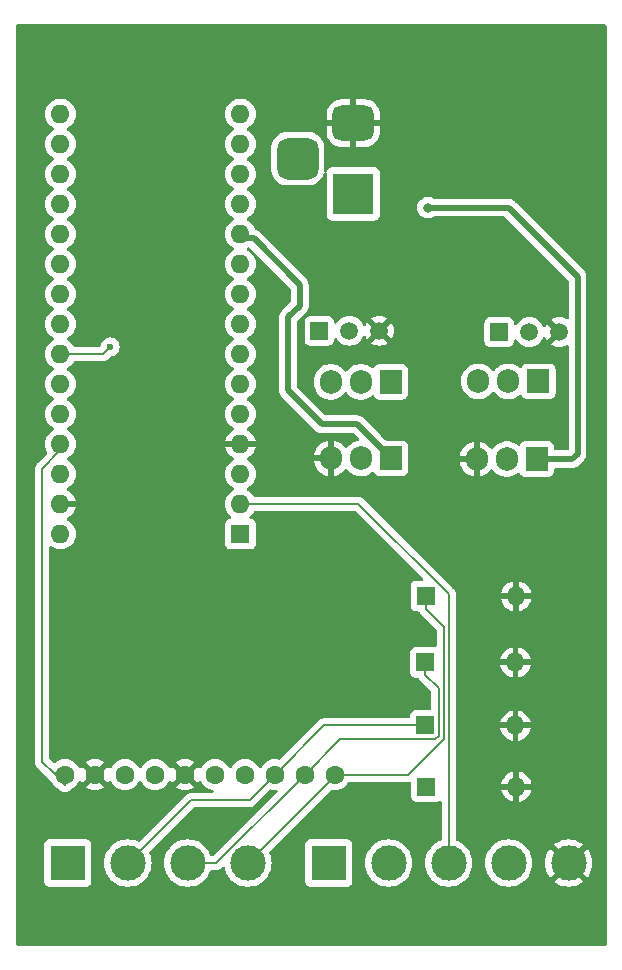
<source format=gbr>
%TF.GenerationSoftware,KiCad,Pcbnew,7.0.5*%
%TF.CreationDate,2023-12-19T17:12:35-05:00*%
%TF.ProjectId,biphasic_revision_b,62697068-6173-4696-935f-726576697369,rev?*%
%TF.SameCoordinates,Original*%
%TF.FileFunction,Copper,L2,Bot*%
%TF.FilePolarity,Positive*%
%FSLAX46Y46*%
G04 Gerber Fmt 4.6, Leading zero omitted, Abs format (unit mm)*
G04 Created by KiCad (PCBNEW 7.0.5) date 2023-12-19 17:12:35*
%MOMM*%
%LPD*%
G01*
G04 APERTURE LIST*
G04 Aperture macros list*
%AMRoundRect*
0 Rectangle with rounded corners*
0 $1 Rounding radius*
0 $2 $3 $4 $5 $6 $7 $8 $9 X,Y pos of 4 corners*
0 Add a 4 corners polygon primitive as box body*
4,1,4,$2,$3,$4,$5,$6,$7,$8,$9,$2,$3,0*
0 Add four circle primitives for the rounded corners*
1,1,$1+$1,$2,$3*
1,1,$1+$1,$4,$5*
1,1,$1+$1,$6,$7*
1,1,$1+$1,$8,$9*
0 Add four rect primitives between the rounded corners*
20,1,$1+$1,$2,$3,$4,$5,0*
20,1,$1+$1,$4,$5,$6,$7,0*
20,1,$1+$1,$6,$7,$8,$9,0*
20,1,$1+$1,$8,$9,$2,$3,0*%
G04 Aperture macros list end*
%TA.AperFunction,ComponentPad*%
%ADD10R,1.600000X1.600000*%
%TD*%
%TA.AperFunction,ComponentPad*%
%ADD11O,1.600000X1.600000*%
%TD*%
%TA.AperFunction,ComponentPad*%
%ADD12R,3.500000X3.500000*%
%TD*%
%TA.AperFunction,ComponentPad*%
%ADD13RoundRect,0.750000X-1.000000X0.750000X-1.000000X-0.750000X1.000000X-0.750000X1.000000X0.750000X0*%
%TD*%
%TA.AperFunction,ComponentPad*%
%ADD14RoundRect,0.875000X-0.875000X0.875000X-0.875000X-0.875000X0.875000X-0.875000X0.875000X0.875000X0*%
%TD*%
%TA.AperFunction,ComponentPad*%
%ADD15R,1.500000X1.500000*%
%TD*%
%TA.AperFunction,ComponentPad*%
%ADD16C,1.500000*%
%TD*%
%TA.AperFunction,ComponentPad*%
%ADD17R,1.905000X2.000000*%
%TD*%
%TA.AperFunction,ComponentPad*%
%ADD18O,1.905000X2.000000*%
%TD*%
%TA.AperFunction,ComponentPad*%
%ADD19C,1.600000*%
%TD*%
%TA.AperFunction,ComponentPad*%
%ADD20R,3.000000X3.000000*%
%TD*%
%TA.AperFunction,ComponentPad*%
%ADD21C,3.000000*%
%TD*%
%TA.AperFunction,ViaPad*%
%ADD22C,0.800000*%
%TD*%
%TA.AperFunction,ViaPad*%
%ADD23C,0.600000*%
%TD*%
%TA.AperFunction,Conductor*%
%ADD24C,0.200000*%
%TD*%
%TA.AperFunction,Conductor*%
%ADD25C,0.500000*%
%TD*%
G04 APERTURE END LIST*
D10*
%TO.P,D1,1,K*%
%TO.N,AIN3*%
X171720000Y-86400000D03*
D11*
%TO.P,D1,2,A*%
%TO.N,GND*%
X179340000Y-86400000D03*
%TD*%
D10*
%TO.P,D2,1,K*%
%TO.N,AIN2*%
X171670000Y-92000000D03*
D11*
%TO.P,D2,2,A*%
%TO.N,GND*%
X179290000Y-92000000D03*
%TD*%
D10*
%TO.P,D3,1,K*%
%TO.N,AIN1*%
X171670000Y-97350000D03*
D11*
%TO.P,D3,2,A*%
%TO.N,GND*%
X179290000Y-97350000D03*
%TD*%
D10*
%TO.P,D4,1,K*%
%TO.N,AIN0*%
X171740000Y-102530000D03*
D11*
%TO.P,D4,2,A*%
%TO.N,GND*%
X179360000Y-102530000D03*
%TD*%
D12*
%TO.P,J1,1*%
%TO.N,VPP*%
X165550000Y-52350000D03*
D13*
%TO.P,J1,2*%
%TO.N,GND*%
X165550000Y-46350000D03*
D14*
%TO.P,J1,3*%
%TO.N,N/C*%
X160850000Y-49350000D03*
%TD*%
D15*
%TO.P,Q1,1,C*%
%TO.N,Net-(Q1-C)*%
X162680000Y-63935000D03*
D16*
%TO.P,Q1,2,B*%
%TO.N,Net-(Q1-B)*%
X165220000Y-63935000D03*
%TO.P,Q1,3,E*%
%TO.N,GND*%
X167760000Y-63935000D03*
%TD*%
D17*
%TO.P,Q2,1,G*%
%TO.N,Net-(Q1-C)*%
X168740000Y-68255000D03*
D18*
%TO.P,Q2,2,D*%
%TO.N,SP*%
X166200000Y-68255000D03*
%TO.P,Q2,3,S*%
%TO.N,VPP*%
X163660000Y-68255000D03*
%TD*%
D17*
%TO.P,Q3,1,G*%
%TO.N,LOGIC2*%
X168750000Y-74735000D03*
D18*
%TO.P,Q3,2,D*%
%TO.N,SP*%
X166210000Y-74735000D03*
%TO.P,Q3,3,S*%
%TO.N,GND*%
X163670000Y-74735000D03*
%TD*%
D15*
%TO.P,Q4,1,C*%
%TO.N,Net-(Q4-C)*%
X177910000Y-64045000D03*
D16*
%TO.P,Q4,2,B*%
%TO.N,Net-(Q4-B)*%
X180450000Y-64045000D03*
%TO.P,Q4,3,E*%
%TO.N,GND*%
X182990000Y-64045000D03*
%TD*%
D17*
%TO.P,Q5,1,G*%
%TO.N,Net-(Q4-C)*%
X181230000Y-68215000D03*
D18*
%TO.P,Q5,2,D*%
%TO.N,SN*%
X178690000Y-68215000D03*
%TO.P,Q5,3,S*%
%TO.N,VPP*%
X176150000Y-68215000D03*
%TD*%
D17*
%TO.P,Q6,1,G*%
%TO.N,LOGIC1*%
X181090000Y-74795000D03*
D18*
%TO.P,Q6,2,D*%
%TO.N,SN*%
X178550000Y-74795000D03*
%TO.P,Q6,3,S*%
%TO.N,GND*%
X176010000Y-74795000D03*
%TD*%
D19*
%TO.P,U3,1,VDD*%
%TO.N,VDD*%
X141145000Y-101509000D03*
%TO.P,U3,2,GND*%
%TO.N,GND*%
X143685000Y-101509000D03*
%TO.P,U3,3,SCL*%
%TO.N,Net-(A1-SCL{slash}A5)*%
X146225000Y-101509000D03*
%TO.P,U3,4,SDA*%
%TO.N,Net-(A1-SDA{slash}A4)*%
X148765000Y-101509000D03*
%TO.P,U3,5,ADDR*%
%TO.N,GND*%
X151305000Y-101509000D03*
%TO.P,U3,6,ALERT/RDY*%
%TO.N,unconnected-(U3-ALERT{slash}RDY-Pad6)*%
X153845000Y-101509000D03*
%TO.P,U3,7,AIN0*%
%TO.N,AIN0*%
X156385000Y-101509000D03*
%TO.P,U3,8,AIN1*%
%TO.N,AIN1*%
X158925000Y-101509000D03*
%TO.P,U3,9,AIN2*%
%TO.N,AIN2*%
X161465000Y-101509000D03*
%TO.P,U3,10,AIN3*%
%TO.N,AIN3*%
X164005000Y-101509000D03*
%TD*%
D20*
%TO.P,J3,1,Pin_1*%
%TO.N,SP*%
X163470000Y-109000000D03*
D21*
%TO.P,J3,2,Pin_2*%
%TO.N,SN*%
X168550000Y-109000000D03*
%TO.P,J3,3,Pin_3*%
%TO.N,RX*%
X173630000Y-109000000D03*
%TO.P,J3,4,Pin_4*%
%TO.N,Net-(J3-Pin_4)*%
X178710000Y-109000000D03*
%TO.P,J3,5,Pin_5*%
%TO.N,GND*%
X183790000Y-109000000D03*
%TD*%
D10*
%TO.P,A1,1,TX1*%
%TO.N,TX*%
X156000000Y-81135000D03*
D11*
%TO.P,A1,2,RX1*%
%TO.N,RX*%
X156000000Y-78595000D03*
%TO.P,A1,3,~{RESET}*%
%TO.N,Net-(A1-~{RESET}-Pad3)*%
X156000000Y-76055000D03*
%TO.P,A1,4,GND*%
%TO.N,GND*%
X156000000Y-73515000D03*
%TO.P,A1,5,D2*%
%TO.N,unconnected-(A1-D2-Pad5)*%
X156000000Y-70975000D03*
%TO.P,A1,6,D3*%
%TO.N,unconnected-(A1-D3-Pad6)*%
X156000000Y-68435000D03*
%TO.P,A1,7,D4*%
%TO.N,unconnected-(A1-D4-Pad7)*%
X156000000Y-65895000D03*
%TO.P,A1,8,D5*%
%TO.N,unconnected-(A1-D5-Pad8)*%
X156000000Y-63355000D03*
%TO.P,A1,9,D6*%
%TO.N,unconnected-(A1-D6-Pad9)*%
X156000000Y-60815000D03*
%TO.P,A1,10,D7*%
%TO.N,unconnected-(A1-D7-Pad10)*%
X156000000Y-58275000D03*
%TO.P,A1,11,D8*%
%TO.N,LOGIC2*%
X156000000Y-55735000D03*
%TO.P,A1,12,D9*%
%TO.N,LOGIC1*%
X156000000Y-53195000D03*
%TO.P,A1,13,D10*%
%TO.N,unconnected-(A1-D10-Pad13)*%
X156000000Y-50655000D03*
%TO.P,A1,14,MOSI*%
%TO.N,unconnected-(A1-MOSI-Pad14)*%
X156000000Y-48115000D03*
%TO.P,A1,15,MISO*%
%TO.N,unconnected-(A1-MISO-Pad15)*%
X156000000Y-45575000D03*
%TO.P,A1,16,SCK*%
%TO.N,unconnected-(A1-SCK-Pad16)*%
X140760000Y-45575000D03*
%TO.P,A1,17,3V3*%
%TO.N,unconnected-(A1-3V3-Pad17)*%
X140760000Y-48115000D03*
%TO.P,A1,18,AREF*%
%TO.N,unconnected-(A1-AREF-Pad18)*%
X140760000Y-50655000D03*
%TO.P,A1,19,A0*%
%TO.N,unconnected-(A1-A0-Pad19)*%
X140760000Y-53195000D03*
%TO.P,A1,20,A1*%
%TO.N,unconnected-(A1-A1-Pad20)*%
X140760000Y-55735000D03*
%TO.P,A1,21,A2*%
%TO.N,unconnected-(A1-A2-Pad21)*%
X140760000Y-58275000D03*
%TO.P,A1,22,A3*%
%TO.N,unconnected-(A1-A3-Pad22)*%
X140760000Y-60815000D03*
%TO.P,A1,23,SDA/A4*%
%TO.N,Net-(A1-SDA{slash}A4)*%
X140760000Y-63355000D03*
%TO.P,A1,24,SCL/A5*%
%TO.N,Net-(A1-SCL{slash}A5)*%
X140760000Y-65895000D03*
%TO.P,A1,25,A6*%
%TO.N,unconnected-(A1-A6-Pad25)*%
X140760000Y-68435000D03*
%TO.P,A1,26,A7*%
%TO.N,unconnected-(A1-A7-Pad26)*%
X140760000Y-70975000D03*
%TO.P,A1,27,+5V*%
%TO.N,VDD*%
X140760000Y-73515000D03*
%TO.P,A1,28,~{RESET}*%
%TO.N,unconnected-(A1-~{RESET}-Pad28)*%
X140760000Y-76055000D03*
%TO.P,A1,29,GND*%
%TO.N,GND*%
X140760000Y-78595000D03*
%TO.P,A1,30,VIN*%
%TO.N,VPP*%
X140760000Y-81135000D03*
%TD*%
D20*
%TO.P,Analog_In1,1,Pin_1*%
%TO.N,AIN0*%
X141390000Y-109000000D03*
D21*
%TO.P,Analog_In1,2,Pin_2*%
%TO.N,AIN1*%
X146470000Y-109000000D03*
%TO.P,Analog_In1,3,Pin_3*%
%TO.N,AIN2*%
X151550000Y-109000000D03*
%TO.P,Analog_In1,4,Pin_4*%
%TO.N,AIN3*%
X156630000Y-109000000D03*
%TD*%
D22*
%TO.N,LOGIC1*%
X171870000Y-53505000D03*
D23*
%TO.N,Net-(A1-SCL{slash}A5)*%
X144963000Y-65306800D03*
%TD*%
D24*
%TO.N,VDD*%
X140760000Y-74065900D02*
X139204000Y-75622000D01*
X140174500Y-101413500D02*
X141145000Y-102384000D01*
X140760000Y-74065900D02*
X140760000Y-73515000D01*
X141049500Y-101413500D02*
X141145000Y-101509000D01*
X139204000Y-75622000D02*
X139204000Y-100443000D01*
X140174500Y-101413500D02*
X141049500Y-101413500D01*
X139204000Y-100443000D02*
X140174500Y-101413500D01*
%TO.N,AIN3*%
X164005000Y-101625000D02*
X164005000Y-101509000D01*
X173212500Y-98462800D02*
X173212500Y-88994400D01*
X171720000Y-86400000D02*
X171720000Y-87501900D01*
X173212500Y-88994400D02*
X171720000Y-87501900D01*
X156630000Y-109000000D02*
X164005000Y-101625000D01*
X164005000Y-101509000D02*
X170166300Y-101509000D01*
X170166300Y-101509000D02*
X173212500Y-98462800D01*
%TO.N,AIN2*%
X164438900Y-98535100D02*
X172511900Y-98535100D01*
X161465000Y-101509000D02*
X164438900Y-98535100D01*
X153974000Y-109000000D02*
X161465000Y-101509000D01*
X151550000Y-109000000D02*
X153974000Y-109000000D01*
X171670000Y-92000000D02*
X171670000Y-93101900D01*
X172511900Y-98535100D02*
X172771900Y-98275100D01*
X172771900Y-98275100D02*
X172771900Y-94203800D01*
X172771900Y-94203800D02*
X171670000Y-93101900D01*
%TO.N,AIN1*%
X146470000Y-109000000D02*
X151826100Y-103643900D01*
X151826100Y-103643900D02*
X156790100Y-103643900D01*
X158925000Y-101509000D02*
X163084000Y-97350000D01*
X156790100Y-103643900D02*
X158925000Y-101509000D01*
X163084000Y-97350000D02*
X171670000Y-97350000D01*
%TO.N,LOGIC2*%
X156382000Y-56116900D02*
X156381900Y-56116900D01*
X156381900Y-56116900D02*
X156000000Y-55735000D01*
D25*
X160040000Y-62795000D02*
X161021000Y-61814200D01*
X167300000Y-73265000D02*
X165880000Y-71845000D01*
X168750000Y-74735000D02*
X167300000Y-73285000D01*
X167300000Y-73285000D02*
X167300000Y-73265000D01*
X162900000Y-71845000D02*
X160040000Y-68985000D01*
X160040000Y-68985000D02*
X160040000Y-62795000D01*
X161021000Y-60021000D02*
X157116900Y-56116900D01*
X161021000Y-61814200D02*
X161021000Y-60021000D01*
X165880000Y-71845000D02*
X162900000Y-71845000D01*
X157116900Y-56116900D02*
X156382000Y-56116900D01*
%TO.N,LOGIC1*%
X184550000Y-74355000D02*
X184550000Y-59350000D01*
X181090000Y-74795000D02*
X184110000Y-74795000D01*
X184550000Y-59350000D02*
X178705000Y-53505000D01*
X178705000Y-53505000D02*
X171870000Y-53505000D01*
X184110000Y-74795000D02*
X184550000Y-74355000D01*
D24*
%TO.N,RX*%
X173630000Y-86230700D02*
X173630000Y-109000000D01*
X165994300Y-78595000D02*
X173630000Y-86230700D01*
X156000000Y-78595000D02*
X165994300Y-78595000D01*
%TO.N,Net-(A1-SCL{slash}A5)*%
X144375000Y-65895000D02*
X144963000Y-65306800D01*
X140760000Y-65895000D02*
X144375000Y-65895000D01*
%TD*%
%TA.AperFunction,Conductor*%
%TO.N,GND*%
G36*
X186943039Y-38019685D02*
G01*
X186988794Y-38072489D01*
X187000000Y-38124000D01*
X187000000Y-115876000D01*
X186980315Y-115943039D01*
X186927511Y-115988794D01*
X186876000Y-116000000D01*
X137124000Y-116000000D01*
X137056961Y-115980315D01*
X137011206Y-115927511D01*
X137000000Y-115876000D01*
X137000000Y-110547870D01*
X139389500Y-110547870D01*
X139389501Y-110547876D01*
X139395908Y-110607483D01*
X139446202Y-110742328D01*
X139446206Y-110742335D01*
X139532452Y-110857544D01*
X139532455Y-110857547D01*
X139647664Y-110943793D01*
X139647671Y-110943797D01*
X139782517Y-110994091D01*
X139782516Y-110994091D01*
X139789444Y-110994835D01*
X139842127Y-111000500D01*
X142937872Y-111000499D01*
X142997483Y-110994091D01*
X143132331Y-110943796D01*
X143247546Y-110857546D01*
X143333796Y-110742331D01*
X143384091Y-110607483D01*
X143390500Y-110547873D01*
X143390499Y-107452128D01*
X143384091Y-107392517D01*
X143354506Y-107313196D01*
X143333797Y-107257671D01*
X143333793Y-107257664D01*
X143247547Y-107142455D01*
X143247544Y-107142452D01*
X143132335Y-107056206D01*
X143132328Y-107056202D01*
X142997482Y-107005908D01*
X142997483Y-107005908D01*
X142937883Y-106999501D01*
X142937881Y-106999500D01*
X142937873Y-106999500D01*
X142937864Y-106999500D01*
X139842129Y-106999500D01*
X139842123Y-106999501D01*
X139782516Y-107005908D01*
X139647671Y-107056202D01*
X139647664Y-107056206D01*
X139532455Y-107142452D01*
X139532452Y-107142455D01*
X139446206Y-107257664D01*
X139446202Y-107257671D01*
X139395908Y-107392517D01*
X139389501Y-107452116D01*
X139389501Y-107452123D01*
X139389500Y-107452135D01*
X139389500Y-110547870D01*
X137000000Y-110547870D01*
X137000000Y-100443000D01*
X138598318Y-100443000D01*
X138603500Y-100482360D01*
X138618955Y-100599760D01*
X138618956Y-100599762D01*
X138679464Y-100745841D01*
X138775718Y-100871282D01*
X138803995Y-100892980D01*
X138810085Y-100898320D01*
X139284219Y-101372454D01*
X139719169Y-101807404D01*
X139724522Y-101813507D01*
X139744695Y-101839798D01*
X139746218Y-101841782D01*
X139774495Y-101863480D01*
X139780585Y-101868820D01*
X139867261Y-101955496D01*
X139947360Y-102035595D01*
X139972061Y-102070871D01*
X140014430Y-102161731D01*
X140014431Y-102161733D01*
X140014432Y-102161734D01*
X140014882Y-102162377D01*
X140144954Y-102348141D01*
X140305858Y-102509045D01*
X140305861Y-102509047D01*
X140492266Y-102639568D01*
X140544769Y-102664050D01*
X140583126Y-102681937D01*
X140618402Y-102706638D01*
X140748209Y-102836445D01*
X140748216Y-102836451D01*
X140776925Y-102858480D01*
X140842159Y-102908536D01*
X140842161Y-102908536D01*
X140842163Y-102908538D01*
X140912393Y-102937628D01*
X140988238Y-102969044D01*
X141043551Y-102976326D01*
X141144999Y-102989682D01*
X141145000Y-102989682D01*
X141145001Y-102989682D01*
X141197253Y-102982802D01*
X141301762Y-102969044D01*
X141447841Y-102908536D01*
X141573282Y-102812282D01*
X141636120Y-102730387D01*
X141682087Y-102693494D01*
X141797734Y-102639568D01*
X141984139Y-102509047D01*
X142145047Y-102348139D01*
X142275568Y-102161734D01*
X142302895Y-102103129D01*
X142349064Y-102050695D01*
X142416257Y-102031542D01*
X142483139Y-102051757D01*
X142527657Y-102103133D01*
X142554865Y-102161481D01*
X142554866Y-102161483D01*
X142605973Y-102234471D01*
X142605974Y-102234472D01*
X143201922Y-101638523D01*
X143225507Y-101718844D01*
X143303239Y-101839798D01*
X143411900Y-101933952D01*
X143542685Y-101993680D01*
X143552466Y-101995086D01*
X142959526Y-102588025D01*
X142959526Y-102588026D01*
X143032512Y-102639131D01*
X143032516Y-102639133D01*
X143238673Y-102735265D01*
X143238682Y-102735269D01*
X143458389Y-102794139D01*
X143458400Y-102794141D01*
X143684998Y-102813966D01*
X143685002Y-102813966D01*
X143911599Y-102794141D01*
X143911610Y-102794139D01*
X144131317Y-102735269D01*
X144131331Y-102735264D01*
X144337478Y-102639136D01*
X144410472Y-102588025D01*
X143817534Y-101995086D01*
X143827315Y-101993680D01*
X143958100Y-101933952D01*
X144066761Y-101839798D01*
X144144493Y-101718844D01*
X144168076Y-101638523D01*
X144764025Y-102234472D01*
X144815133Y-102161482D01*
X144842341Y-102103135D01*
X144888513Y-102050696D01*
X144955707Y-102031543D01*
X145022588Y-102051758D01*
X145067105Y-102103132D01*
X145094432Y-102161734D01*
X145122878Y-102202359D01*
X145224954Y-102348141D01*
X145385858Y-102509045D01*
X145385861Y-102509047D01*
X145572266Y-102639568D01*
X145778504Y-102735739D01*
X145998308Y-102794635D01*
X146142144Y-102807219D01*
X146224998Y-102814468D01*
X146225000Y-102814468D01*
X146225002Y-102814468D01*
X146281672Y-102809509D01*
X146451692Y-102794635D01*
X146671496Y-102735739D01*
X146877734Y-102639568D01*
X147064139Y-102509047D01*
X147225047Y-102348139D01*
X147355568Y-102161734D01*
X147382618Y-102103724D01*
X147428790Y-102051285D01*
X147495983Y-102032133D01*
X147562865Y-102052348D01*
X147607381Y-102103724D01*
X147612491Y-102114681D01*
X147634429Y-102161728D01*
X147634432Y-102161734D01*
X147764954Y-102348141D01*
X147925858Y-102509045D01*
X147925861Y-102509047D01*
X148112266Y-102639568D01*
X148318504Y-102735739D01*
X148538308Y-102794635D01*
X148682144Y-102807219D01*
X148764998Y-102814468D01*
X148765000Y-102814468D01*
X148765002Y-102814468D01*
X148821673Y-102809509D01*
X148991692Y-102794635D01*
X149211496Y-102735739D01*
X149417734Y-102639568D01*
X149604139Y-102509047D01*
X149765047Y-102348139D01*
X149895568Y-102161734D01*
X149922895Y-102103129D01*
X149969064Y-102050695D01*
X150036257Y-102031542D01*
X150103139Y-102051757D01*
X150147657Y-102103133D01*
X150174865Y-102161481D01*
X150174866Y-102161483D01*
X150225973Y-102234471D01*
X150225974Y-102234472D01*
X150821922Y-101638523D01*
X150845507Y-101718844D01*
X150923239Y-101839798D01*
X151031900Y-101933952D01*
X151162685Y-101993680D01*
X151172466Y-101995086D01*
X150579526Y-102588025D01*
X150579526Y-102588026D01*
X150652512Y-102639131D01*
X150652516Y-102639133D01*
X150858673Y-102735265D01*
X150858682Y-102735269D01*
X151078389Y-102794139D01*
X151078400Y-102794141D01*
X151304998Y-102813966D01*
X151305002Y-102813966D01*
X151531599Y-102794141D01*
X151531610Y-102794139D01*
X151751317Y-102735269D01*
X151751331Y-102735264D01*
X151957478Y-102639136D01*
X152030472Y-102588025D01*
X151437534Y-101995086D01*
X151447315Y-101993680D01*
X151578100Y-101933952D01*
X151686761Y-101839798D01*
X151764493Y-101718844D01*
X151788076Y-101638523D01*
X152384025Y-102234472D01*
X152435133Y-102161482D01*
X152462341Y-102103135D01*
X152508513Y-102050696D01*
X152575707Y-102031543D01*
X152642588Y-102051758D01*
X152687105Y-102103132D01*
X152714432Y-102161734D01*
X152742878Y-102202359D01*
X152844954Y-102348141D01*
X153005858Y-102509045D01*
X153005861Y-102509047D01*
X153192266Y-102639568D01*
X153398504Y-102735739D01*
X153618308Y-102794635D01*
X153632448Y-102795872D01*
X153697517Y-102821324D01*
X153738496Y-102877915D01*
X153742374Y-102947677D01*
X153707920Y-103008461D01*
X153646073Y-103040969D01*
X153621641Y-103043400D01*
X151869528Y-103043400D01*
X151861429Y-103042869D01*
X151826100Y-103038218D01*
X151786739Y-103043400D01*
X151669339Y-103058855D01*
X151669337Y-103058856D01*
X151523260Y-103119363D01*
X151397814Y-103215621D01*
X151376124Y-103243890D01*
X151370771Y-103249994D01*
X147460626Y-107160137D01*
X147399303Y-107193622D01*
X147329611Y-107188638D01*
X147313517Y-107181288D01*
X147303163Y-107175634D01*
X147303162Y-107175633D01*
X147303161Y-107175633D01*
X147035046Y-107075631D01*
X147035043Y-107075630D01*
X147035037Y-107075628D01*
X146755433Y-107014804D01*
X146470001Y-106994390D01*
X146469999Y-106994390D01*
X146184566Y-107014804D01*
X145904962Y-107075628D01*
X145636833Y-107175635D01*
X145385690Y-107312770D01*
X145385682Y-107312775D01*
X145156612Y-107484254D01*
X145156594Y-107484270D01*
X144954270Y-107686594D01*
X144954254Y-107686612D01*
X144782775Y-107915682D01*
X144782770Y-107915690D01*
X144645635Y-108166833D01*
X144545628Y-108434962D01*
X144484804Y-108714566D01*
X144464390Y-108999998D01*
X144464390Y-109000001D01*
X144484804Y-109285433D01*
X144545628Y-109565037D01*
X144545630Y-109565043D01*
X144545631Y-109565046D01*
X144618345Y-109760000D01*
X144645635Y-109833166D01*
X144782770Y-110084309D01*
X144782775Y-110084317D01*
X144954254Y-110313387D01*
X144954270Y-110313405D01*
X145156594Y-110515729D01*
X145156612Y-110515745D01*
X145385682Y-110687224D01*
X145385690Y-110687229D01*
X145636833Y-110824364D01*
X145636832Y-110824364D01*
X145636836Y-110824365D01*
X145636839Y-110824367D01*
X145904954Y-110924369D01*
X145904960Y-110924370D01*
X145904962Y-110924371D01*
X146184566Y-110985195D01*
X146184568Y-110985195D01*
X146184572Y-110985196D01*
X146438220Y-111003337D01*
X146469999Y-111005610D01*
X146470000Y-111005610D01*
X146470001Y-111005610D01*
X146498595Y-111003564D01*
X146755428Y-110985196D01*
X146945742Y-110943796D01*
X147035037Y-110924371D01*
X147035037Y-110924370D01*
X147035046Y-110924369D01*
X147303161Y-110824367D01*
X147554315Y-110687226D01*
X147783395Y-110515739D01*
X147985739Y-110313395D01*
X148157226Y-110084315D01*
X148294367Y-109833161D01*
X148394369Y-109565046D01*
X148455196Y-109285428D01*
X148475610Y-109000000D01*
X148455196Y-108714572D01*
X148451358Y-108696930D01*
X148394371Y-108434962D01*
X148394370Y-108434960D01*
X148394369Y-108434954D01*
X148294367Y-108166839D01*
X148288709Y-108156478D01*
X148273858Y-108088208D01*
X148298275Y-108022743D01*
X148309854Y-108009379D01*
X152038515Y-104280719D01*
X152099839Y-104247234D01*
X152126197Y-104244400D01*
X156746672Y-104244400D01*
X156754770Y-104244930D01*
X156790100Y-104249582D01*
X156790101Y-104249582D01*
X156842353Y-104242702D01*
X156946862Y-104228944D01*
X157092941Y-104168436D01*
X157092940Y-104168436D01*
X157130462Y-104152894D01*
X157154113Y-104121496D01*
X157218382Y-104072182D01*
X157240083Y-104043899D01*
X157245411Y-104037822D01*
X158482294Y-102800939D01*
X158543615Y-102767456D01*
X158602066Y-102768847D01*
X158621604Y-102774082D01*
X158698308Y-102794635D01*
X158842144Y-102807219D01*
X158924998Y-102814468D01*
X158924999Y-102814468D01*
X158924999Y-102814467D01*
X158925000Y-102814468D01*
X159007848Y-102807219D01*
X159076345Y-102820985D01*
X159126529Y-102869600D01*
X159142463Y-102937628D01*
X159119088Y-103003472D01*
X159106335Y-103018428D01*
X153761584Y-108363181D01*
X153700261Y-108396666D01*
X153673903Y-108399500D01*
X153547240Y-108399500D01*
X153480201Y-108379815D01*
X153434446Y-108327011D01*
X153431058Y-108318834D01*
X153416936Y-108280972D01*
X153374367Y-108166839D01*
X153324224Y-108075010D01*
X153237229Y-107915690D01*
X153237224Y-107915682D01*
X153065745Y-107686612D01*
X153065729Y-107686594D01*
X152863405Y-107484270D01*
X152863387Y-107484254D01*
X152634317Y-107312775D01*
X152634309Y-107312770D01*
X152383166Y-107175635D01*
X152383167Y-107175635D01*
X152275915Y-107135632D01*
X152115046Y-107075631D01*
X152115043Y-107075630D01*
X152115037Y-107075628D01*
X151835433Y-107014804D01*
X151550001Y-106994390D01*
X151549999Y-106994390D01*
X151264566Y-107014804D01*
X150984962Y-107075628D01*
X150716833Y-107175635D01*
X150465690Y-107312770D01*
X150465682Y-107312775D01*
X150236612Y-107484254D01*
X150236594Y-107484270D01*
X150034270Y-107686594D01*
X150034254Y-107686612D01*
X149862775Y-107915682D01*
X149862770Y-107915690D01*
X149725635Y-108166833D01*
X149625628Y-108434962D01*
X149564804Y-108714566D01*
X149544390Y-108999998D01*
X149544390Y-109000001D01*
X149564804Y-109285433D01*
X149625628Y-109565037D01*
X149625630Y-109565043D01*
X149625631Y-109565046D01*
X149698345Y-109760000D01*
X149725635Y-109833166D01*
X149862770Y-110084309D01*
X149862775Y-110084317D01*
X150034254Y-110313387D01*
X150034270Y-110313405D01*
X150236594Y-110515729D01*
X150236612Y-110515745D01*
X150465682Y-110687224D01*
X150465690Y-110687229D01*
X150716833Y-110824364D01*
X150716832Y-110824364D01*
X150716836Y-110824365D01*
X150716839Y-110824367D01*
X150984954Y-110924369D01*
X150984960Y-110924370D01*
X150984962Y-110924371D01*
X151264566Y-110985195D01*
X151264568Y-110985195D01*
X151264572Y-110985196D01*
X151518220Y-111003337D01*
X151549999Y-111005610D01*
X151550000Y-111005610D01*
X151550001Y-111005610D01*
X151578595Y-111003564D01*
X151835428Y-110985196D01*
X152025742Y-110943796D01*
X152115037Y-110924371D01*
X152115037Y-110924370D01*
X152115046Y-110924369D01*
X152383161Y-110824367D01*
X152634315Y-110687226D01*
X152863395Y-110515739D01*
X153065739Y-110313395D01*
X153237226Y-110084315D01*
X153374367Y-109833161D01*
X153431058Y-109681165D01*
X153472930Y-109625233D01*
X153538394Y-109600816D01*
X153547240Y-109600500D01*
X153930572Y-109600500D01*
X153938670Y-109601030D01*
X153974000Y-109605682D01*
X153974001Y-109605682D01*
X154026254Y-109598802D01*
X154130762Y-109585044D01*
X154276841Y-109524536D01*
X154312191Y-109497411D01*
X154402282Y-109428282D01*
X154423983Y-109399999D01*
X154429311Y-109393922D01*
X154465112Y-109358121D01*
X154526433Y-109324638D01*
X154596125Y-109329622D01*
X154652058Y-109371494D01*
X154673957Y-109419446D01*
X154705628Y-109565037D01*
X154705630Y-109565043D01*
X154705631Y-109565046D01*
X154778345Y-109760000D01*
X154805635Y-109833166D01*
X154942770Y-110084309D01*
X154942775Y-110084317D01*
X155114254Y-110313387D01*
X155114270Y-110313405D01*
X155316594Y-110515729D01*
X155316612Y-110515745D01*
X155545682Y-110687224D01*
X155545690Y-110687229D01*
X155796833Y-110824364D01*
X155796832Y-110824364D01*
X155796836Y-110824365D01*
X155796839Y-110824367D01*
X156064954Y-110924369D01*
X156064960Y-110924370D01*
X156064962Y-110924371D01*
X156344566Y-110985195D01*
X156344568Y-110985195D01*
X156344572Y-110985196D01*
X156598220Y-111003337D01*
X156629999Y-111005610D01*
X156630000Y-111005610D01*
X156630001Y-111005610D01*
X156658595Y-111003564D01*
X156915428Y-110985196D01*
X157105742Y-110943796D01*
X157195037Y-110924371D01*
X157195037Y-110924370D01*
X157195046Y-110924369D01*
X157463161Y-110824367D01*
X157714315Y-110687226D01*
X157900473Y-110547870D01*
X161469500Y-110547870D01*
X161469501Y-110547876D01*
X161475908Y-110607483D01*
X161526202Y-110742328D01*
X161526206Y-110742335D01*
X161612452Y-110857544D01*
X161612455Y-110857547D01*
X161727664Y-110943793D01*
X161727671Y-110943797D01*
X161862517Y-110994091D01*
X161862516Y-110994091D01*
X161869444Y-110994835D01*
X161922127Y-111000500D01*
X165017872Y-111000499D01*
X165077483Y-110994091D01*
X165212331Y-110943796D01*
X165327546Y-110857546D01*
X165413796Y-110742331D01*
X165464091Y-110607483D01*
X165470500Y-110547873D01*
X165470500Y-109000001D01*
X166544390Y-109000001D01*
X166564804Y-109285433D01*
X166625628Y-109565037D01*
X166625630Y-109565043D01*
X166625631Y-109565046D01*
X166698345Y-109760000D01*
X166725635Y-109833166D01*
X166862770Y-110084309D01*
X166862775Y-110084317D01*
X167034254Y-110313387D01*
X167034270Y-110313405D01*
X167236594Y-110515729D01*
X167236612Y-110515745D01*
X167465682Y-110687224D01*
X167465690Y-110687229D01*
X167716833Y-110824364D01*
X167716832Y-110824364D01*
X167716836Y-110824365D01*
X167716839Y-110824367D01*
X167984954Y-110924369D01*
X167984960Y-110924370D01*
X167984962Y-110924371D01*
X168264566Y-110985195D01*
X168264568Y-110985195D01*
X168264572Y-110985196D01*
X168518220Y-111003337D01*
X168549999Y-111005610D01*
X168550000Y-111005610D01*
X168550001Y-111005610D01*
X168578595Y-111003564D01*
X168835428Y-110985196D01*
X169025742Y-110943796D01*
X169115037Y-110924371D01*
X169115037Y-110924370D01*
X169115046Y-110924369D01*
X169383161Y-110824367D01*
X169634315Y-110687226D01*
X169863395Y-110515739D01*
X170065739Y-110313395D01*
X170237226Y-110084315D01*
X170374367Y-109833161D01*
X170474369Y-109565046D01*
X170535196Y-109285428D01*
X170555610Y-109000000D01*
X170535196Y-108714572D01*
X170531358Y-108696930D01*
X170474371Y-108434962D01*
X170474370Y-108434960D01*
X170474369Y-108434954D01*
X170374367Y-108166839D01*
X170324224Y-108075010D01*
X170237229Y-107915690D01*
X170237224Y-107915682D01*
X170065745Y-107686612D01*
X170065729Y-107686594D01*
X169863405Y-107484270D01*
X169863387Y-107484254D01*
X169634317Y-107312775D01*
X169634309Y-107312770D01*
X169383166Y-107175635D01*
X169383167Y-107175635D01*
X169275915Y-107135632D01*
X169115046Y-107075631D01*
X169115043Y-107075630D01*
X169115037Y-107075628D01*
X168835433Y-107014804D01*
X168550001Y-106994390D01*
X168549999Y-106994390D01*
X168264566Y-107014804D01*
X167984962Y-107075628D01*
X167716833Y-107175635D01*
X167465690Y-107312770D01*
X167465682Y-107312775D01*
X167236612Y-107484254D01*
X167236594Y-107484270D01*
X167034270Y-107686594D01*
X167034254Y-107686612D01*
X166862775Y-107915682D01*
X166862770Y-107915690D01*
X166725635Y-108166833D01*
X166625628Y-108434962D01*
X166564804Y-108714566D01*
X166544390Y-108999998D01*
X166544390Y-109000001D01*
X165470500Y-109000001D01*
X165470499Y-107452128D01*
X165464091Y-107392517D01*
X165434506Y-107313196D01*
X165413797Y-107257671D01*
X165413793Y-107257664D01*
X165327547Y-107142455D01*
X165327544Y-107142452D01*
X165212335Y-107056206D01*
X165212328Y-107056202D01*
X165077482Y-107005908D01*
X165077483Y-107005908D01*
X165017883Y-106999501D01*
X165017881Y-106999500D01*
X165017873Y-106999500D01*
X165017864Y-106999500D01*
X161922129Y-106999500D01*
X161922123Y-106999501D01*
X161862516Y-107005908D01*
X161727671Y-107056202D01*
X161727664Y-107056206D01*
X161612455Y-107142452D01*
X161612452Y-107142455D01*
X161526206Y-107257664D01*
X161526202Y-107257671D01*
X161475908Y-107392517D01*
X161469501Y-107452116D01*
X161469501Y-107452123D01*
X161469500Y-107452135D01*
X161469500Y-110547870D01*
X157900473Y-110547870D01*
X157943395Y-110515739D01*
X158145739Y-110313395D01*
X158317226Y-110084315D01*
X158454367Y-109833161D01*
X158554369Y-109565046D01*
X158615196Y-109285428D01*
X158635610Y-109000000D01*
X158615196Y-108714572D01*
X158611358Y-108696930D01*
X158554371Y-108434962D01*
X158554370Y-108434960D01*
X158554369Y-108434954D01*
X158454367Y-108166839D01*
X158448709Y-108156478D01*
X158433858Y-108088208D01*
X158458275Y-108022743D01*
X158469854Y-108009379D01*
X163653781Y-102825452D01*
X163715102Y-102791969D01*
X163773560Y-102793362D01*
X163778308Y-102794635D01*
X163922144Y-102807219D01*
X164004998Y-102814468D01*
X164005000Y-102814468D01*
X164005002Y-102814468D01*
X164061672Y-102809509D01*
X164231692Y-102794635D01*
X164451496Y-102735739D01*
X164657734Y-102639568D01*
X164844139Y-102509047D01*
X165005047Y-102348139D01*
X165135118Y-102162375D01*
X165189693Y-102118752D01*
X165236692Y-102109500D01*
X170122872Y-102109500D01*
X170130970Y-102110030D01*
X170166300Y-102114682D01*
X170299315Y-102097170D01*
X170368350Y-102107935D01*
X170420606Y-102154315D01*
X170439500Y-102220109D01*
X170439500Y-103377870D01*
X170439501Y-103377876D01*
X170445908Y-103437483D01*
X170496202Y-103572328D01*
X170496206Y-103572335D01*
X170582452Y-103687544D01*
X170582455Y-103687547D01*
X170697664Y-103773793D01*
X170697671Y-103773797D01*
X170832517Y-103824091D01*
X170832516Y-103824091D01*
X170839444Y-103824835D01*
X170892127Y-103830500D01*
X172587872Y-103830499D01*
X172647483Y-103824091D01*
X172782331Y-103773796D01*
X172831189Y-103737220D01*
X172896652Y-103712803D01*
X172964925Y-103727654D01*
X173014331Y-103777058D01*
X173029500Y-103836487D01*
X173029499Y-107002759D01*
X173009814Y-107069798D01*
X172957010Y-107115553D01*
X172948834Y-107118940D01*
X172796840Y-107175632D01*
X172796833Y-107175635D01*
X172545690Y-107312770D01*
X172545682Y-107312775D01*
X172316612Y-107484254D01*
X172316594Y-107484270D01*
X172114270Y-107686594D01*
X172114254Y-107686612D01*
X171942775Y-107915682D01*
X171942770Y-107915690D01*
X171805635Y-108166833D01*
X171705628Y-108434962D01*
X171644804Y-108714566D01*
X171624390Y-108999998D01*
X171624390Y-109000001D01*
X171644804Y-109285433D01*
X171705628Y-109565037D01*
X171705630Y-109565043D01*
X171705631Y-109565046D01*
X171778345Y-109760000D01*
X171805635Y-109833166D01*
X171942770Y-110084309D01*
X171942775Y-110084317D01*
X172114254Y-110313387D01*
X172114270Y-110313405D01*
X172316594Y-110515729D01*
X172316612Y-110515745D01*
X172545682Y-110687224D01*
X172545690Y-110687229D01*
X172796833Y-110824364D01*
X172796832Y-110824364D01*
X172796836Y-110824365D01*
X172796839Y-110824367D01*
X173064954Y-110924369D01*
X173064960Y-110924370D01*
X173064962Y-110924371D01*
X173344566Y-110985195D01*
X173344568Y-110985195D01*
X173344572Y-110985196D01*
X173598220Y-111003337D01*
X173629999Y-111005610D01*
X173630000Y-111005610D01*
X173630001Y-111005610D01*
X173658595Y-111003564D01*
X173915428Y-110985196D01*
X174105742Y-110943796D01*
X174195037Y-110924371D01*
X174195037Y-110924370D01*
X174195046Y-110924369D01*
X174463161Y-110824367D01*
X174714315Y-110687226D01*
X174943395Y-110515739D01*
X175145739Y-110313395D01*
X175317226Y-110084315D01*
X175454367Y-109833161D01*
X175554369Y-109565046D01*
X175615196Y-109285428D01*
X175635610Y-109000001D01*
X176704390Y-109000001D01*
X176724804Y-109285433D01*
X176785628Y-109565037D01*
X176785630Y-109565043D01*
X176785631Y-109565046D01*
X176858345Y-109760000D01*
X176885635Y-109833166D01*
X177022770Y-110084309D01*
X177022775Y-110084317D01*
X177194254Y-110313387D01*
X177194270Y-110313405D01*
X177396594Y-110515729D01*
X177396612Y-110515745D01*
X177625682Y-110687224D01*
X177625690Y-110687229D01*
X177876833Y-110824364D01*
X177876832Y-110824364D01*
X177876836Y-110824365D01*
X177876839Y-110824367D01*
X178144954Y-110924369D01*
X178144960Y-110924370D01*
X178144962Y-110924371D01*
X178424566Y-110985195D01*
X178424568Y-110985195D01*
X178424572Y-110985196D01*
X178678220Y-111003337D01*
X178709999Y-111005610D01*
X178710000Y-111005610D01*
X178710001Y-111005610D01*
X178738595Y-111003564D01*
X178995428Y-110985196D01*
X179185742Y-110943796D01*
X179275037Y-110924371D01*
X179275037Y-110924370D01*
X179275046Y-110924369D01*
X179543161Y-110824367D01*
X179794315Y-110687226D01*
X180023395Y-110515739D01*
X180225739Y-110313395D01*
X180397226Y-110084315D01*
X180534367Y-109833161D01*
X180634369Y-109565046D01*
X180695196Y-109285428D01*
X180715610Y-109000001D01*
X181784891Y-109000001D01*
X181805300Y-109285362D01*
X181866109Y-109564895D01*
X181966091Y-109832958D01*
X182103191Y-110084038D01*
X182103196Y-110084046D01*
X182209882Y-110226561D01*
X182209883Y-110226562D01*
X183105195Y-109331249D01*
X183127340Y-109382587D01*
X183233433Y-109525094D01*
X183369530Y-109639294D01*
X183459216Y-109684335D01*
X182563436Y-110580115D01*
X182705960Y-110686807D01*
X182705961Y-110686808D01*
X182957042Y-110823908D01*
X182957041Y-110823908D01*
X183225104Y-110923890D01*
X183504637Y-110984699D01*
X183789999Y-111005109D01*
X183790001Y-111005109D01*
X184075362Y-110984699D01*
X184354895Y-110923890D01*
X184622958Y-110823908D01*
X184874047Y-110686803D01*
X185016561Y-110580116D01*
X185016562Y-110580115D01*
X184123748Y-109687300D01*
X184133409Y-109683784D01*
X184281844Y-109586157D01*
X184403764Y-109456930D01*
X184475768Y-109332215D01*
X185370115Y-110226562D01*
X185370116Y-110226561D01*
X185476803Y-110084047D01*
X185613908Y-109832958D01*
X185713890Y-109564895D01*
X185774699Y-109285362D01*
X185795109Y-109000001D01*
X185795109Y-108999998D01*
X185774699Y-108714637D01*
X185713890Y-108435104D01*
X185613908Y-108167041D01*
X185476808Y-107915961D01*
X185476807Y-107915960D01*
X185370115Y-107773436D01*
X184474803Y-108668747D01*
X184452660Y-108617413D01*
X184346567Y-108474906D01*
X184210470Y-108360706D01*
X184120782Y-108315663D01*
X185016562Y-107419883D01*
X185016561Y-107419882D01*
X184874046Y-107313196D01*
X184874038Y-107313191D01*
X184622957Y-107176091D01*
X184622958Y-107176091D01*
X184354895Y-107076109D01*
X184075362Y-107015300D01*
X183790001Y-106994891D01*
X183789999Y-106994891D01*
X183504637Y-107015300D01*
X183225104Y-107076109D01*
X182957041Y-107176091D01*
X182705961Y-107313191D01*
X182705953Y-107313196D01*
X182563437Y-107419882D01*
X182563436Y-107419883D01*
X183456252Y-108312699D01*
X183446591Y-108316216D01*
X183298156Y-108413843D01*
X183176236Y-108543070D01*
X183104231Y-108667784D01*
X182209883Y-107773436D01*
X182209882Y-107773437D01*
X182103196Y-107915953D01*
X182103191Y-107915961D01*
X181966091Y-108167041D01*
X181866109Y-108435104D01*
X181805300Y-108714637D01*
X181784891Y-108999998D01*
X181784891Y-109000001D01*
X180715610Y-109000001D01*
X180715610Y-109000000D01*
X180695196Y-108714572D01*
X180691358Y-108696930D01*
X180634371Y-108434962D01*
X180634370Y-108434960D01*
X180634369Y-108434954D01*
X180534367Y-108166839D01*
X180484224Y-108075010D01*
X180397229Y-107915690D01*
X180397224Y-107915682D01*
X180225745Y-107686612D01*
X180225729Y-107686594D01*
X180023405Y-107484270D01*
X180023387Y-107484254D01*
X179794317Y-107312775D01*
X179794309Y-107312770D01*
X179543166Y-107175635D01*
X179543167Y-107175635D01*
X179435914Y-107135632D01*
X179275046Y-107075631D01*
X179275043Y-107075630D01*
X179275037Y-107075628D01*
X178995433Y-107014804D01*
X178710001Y-106994390D01*
X178709999Y-106994390D01*
X178424566Y-107014804D01*
X178144962Y-107075628D01*
X177876833Y-107175635D01*
X177625690Y-107312770D01*
X177625682Y-107312775D01*
X177396612Y-107484254D01*
X177396594Y-107484270D01*
X177194270Y-107686594D01*
X177194254Y-107686612D01*
X177022775Y-107915682D01*
X177022770Y-107915690D01*
X176885635Y-108166833D01*
X176785628Y-108434962D01*
X176724804Y-108714566D01*
X176704390Y-108999998D01*
X176704390Y-109000001D01*
X175635610Y-109000001D01*
X175635610Y-109000000D01*
X175615196Y-108714572D01*
X175611358Y-108696930D01*
X175554371Y-108434962D01*
X175554370Y-108434960D01*
X175554369Y-108434954D01*
X175454367Y-108166839D01*
X175404224Y-108075010D01*
X175317229Y-107915690D01*
X175317224Y-107915682D01*
X175145745Y-107686612D01*
X175145729Y-107686594D01*
X174943405Y-107484270D01*
X174943387Y-107484254D01*
X174714317Y-107312775D01*
X174714309Y-107312770D01*
X174463166Y-107175635D01*
X174463154Y-107175630D01*
X174311166Y-107118940D01*
X174255232Y-107077069D01*
X174230816Y-107011604D01*
X174230500Y-107002759D01*
X174230500Y-102279999D01*
X178081127Y-102279999D01*
X178081128Y-102280000D01*
X179044314Y-102280000D01*
X179032359Y-102291955D01*
X178974835Y-102404852D01*
X178955014Y-102530000D01*
X178974835Y-102655148D01*
X179032359Y-102768045D01*
X179044314Y-102780000D01*
X178081128Y-102780000D01*
X178133730Y-102976317D01*
X178133734Y-102976326D01*
X178229865Y-103182482D01*
X178360342Y-103368820D01*
X178521179Y-103529657D01*
X178707517Y-103660134D01*
X178913673Y-103756265D01*
X178913682Y-103756269D01*
X179109999Y-103808872D01*
X179110000Y-103808871D01*
X179110000Y-102845685D01*
X179121955Y-102857641D01*
X179234852Y-102915165D01*
X179328519Y-102930000D01*
X179391481Y-102930000D01*
X179485148Y-102915165D01*
X179598045Y-102857641D01*
X179610000Y-102845685D01*
X179610000Y-103808872D01*
X179806317Y-103756269D01*
X179806326Y-103756265D01*
X180012482Y-103660134D01*
X180198820Y-103529657D01*
X180359657Y-103368820D01*
X180490134Y-103182482D01*
X180586265Y-102976326D01*
X180586269Y-102976317D01*
X180638872Y-102780000D01*
X179675686Y-102780000D01*
X179687641Y-102768045D01*
X179745165Y-102655148D01*
X179764986Y-102530000D01*
X179745165Y-102404852D01*
X179687641Y-102291955D01*
X179675686Y-102280000D01*
X180638872Y-102280000D01*
X180638872Y-102279999D01*
X180586269Y-102083682D01*
X180586265Y-102083673D01*
X180490134Y-101877517D01*
X180359657Y-101691179D01*
X180198820Y-101530342D01*
X180012482Y-101399865D01*
X179806328Y-101303734D01*
X179610000Y-101251127D01*
X179610000Y-102214313D01*
X179598045Y-102202359D01*
X179485148Y-102144835D01*
X179391481Y-102130000D01*
X179328519Y-102130000D01*
X179234852Y-102144835D01*
X179121955Y-102202359D01*
X179110000Y-102214313D01*
X179110000Y-101251127D01*
X178913671Y-101303734D01*
X178707517Y-101399865D01*
X178521179Y-101530342D01*
X178360342Y-101691179D01*
X178229865Y-101877517D01*
X178133734Y-102083673D01*
X178133730Y-102083682D01*
X178081127Y-102279999D01*
X174230500Y-102279999D01*
X174230500Y-97099999D01*
X178011127Y-97099999D01*
X178011128Y-97100000D01*
X178974314Y-97100000D01*
X178962359Y-97111955D01*
X178904835Y-97224852D01*
X178885014Y-97350000D01*
X178904835Y-97475148D01*
X178962359Y-97588045D01*
X178974314Y-97600000D01*
X178011128Y-97600000D01*
X178063730Y-97796317D01*
X178063734Y-97796326D01*
X178159865Y-98002482D01*
X178290342Y-98188820D01*
X178451179Y-98349657D01*
X178637517Y-98480134D01*
X178843673Y-98576265D01*
X178843682Y-98576269D01*
X179039999Y-98628872D01*
X179039999Y-98628871D01*
X179039999Y-97665685D01*
X179051955Y-97677641D01*
X179164852Y-97735165D01*
X179258519Y-97750000D01*
X179321481Y-97750000D01*
X179415148Y-97735165D01*
X179528045Y-97677641D01*
X179540000Y-97665685D01*
X179540000Y-98628872D01*
X179736317Y-98576269D01*
X179736326Y-98576265D01*
X179942482Y-98480134D01*
X180128820Y-98349657D01*
X180289657Y-98188820D01*
X180420134Y-98002482D01*
X180516265Y-97796326D01*
X180516269Y-97796317D01*
X180568872Y-97600000D01*
X179605686Y-97600000D01*
X179617641Y-97588045D01*
X179675165Y-97475148D01*
X179694986Y-97350000D01*
X179675165Y-97224852D01*
X179617641Y-97111955D01*
X179605686Y-97100000D01*
X180568872Y-97100000D01*
X180568872Y-97099999D01*
X180516269Y-96903682D01*
X180516265Y-96903673D01*
X180420134Y-96697517D01*
X180289657Y-96511179D01*
X180128820Y-96350342D01*
X179942482Y-96219865D01*
X179736328Y-96123734D01*
X179540000Y-96071127D01*
X179540000Y-97034314D01*
X179528045Y-97022359D01*
X179415148Y-96964835D01*
X179321481Y-96950000D01*
X179258519Y-96950000D01*
X179164852Y-96964835D01*
X179051955Y-97022359D01*
X179040000Y-97034314D01*
X179040000Y-96071127D01*
X178843671Y-96123734D01*
X178637517Y-96219865D01*
X178451179Y-96350342D01*
X178290342Y-96511179D01*
X178159865Y-96697517D01*
X178063734Y-96903673D01*
X178063730Y-96903682D01*
X178011127Y-97099999D01*
X174230500Y-97099999D01*
X174230500Y-91749999D01*
X178011127Y-91749999D01*
X178011128Y-91750000D01*
X178974314Y-91750000D01*
X178962359Y-91761955D01*
X178904835Y-91874852D01*
X178885014Y-92000000D01*
X178904835Y-92125148D01*
X178962359Y-92238045D01*
X178974314Y-92250000D01*
X178011128Y-92250000D01*
X178063730Y-92446317D01*
X178063734Y-92446326D01*
X178159865Y-92652482D01*
X178290342Y-92838820D01*
X178451179Y-92999657D01*
X178637517Y-93130134D01*
X178843673Y-93226265D01*
X178843682Y-93226269D01*
X179039999Y-93278872D01*
X179039999Y-93278871D01*
X179039999Y-92315685D01*
X179051955Y-92327641D01*
X179164852Y-92385165D01*
X179258519Y-92400000D01*
X179321481Y-92400000D01*
X179415148Y-92385165D01*
X179528045Y-92327641D01*
X179540000Y-92315685D01*
X179540000Y-93278872D01*
X179736317Y-93226269D01*
X179736326Y-93226265D01*
X179942482Y-93130134D01*
X180128820Y-92999657D01*
X180289657Y-92838820D01*
X180420134Y-92652482D01*
X180516265Y-92446326D01*
X180516269Y-92446317D01*
X180568872Y-92250000D01*
X179605686Y-92250000D01*
X179617641Y-92238045D01*
X179675165Y-92125148D01*
X179694986Y-92000000D01*
X179675165Y-91874852D01*
X179617641Y-91761955D01*
X179605686Y-91750000D01*
X180568872Y-91750000D01*
X180568872Y-91749999D01*
X180516269Y-91553682D01*
X180516265Y-91553673D01*
X180420134Y-91347517D01*
X180289657Y-91161179D01*
X180128820Y-91000342D01*
X179942482Y-90869865D01*
X179736328Y-90773734D01*
X179540000Y-90721127D01*
X179540000Y-91684313D01*
X179528045Y-91672359D01*
X179415148Y-91614835D01*
X179321481Y-91600000D01*
X179258519Y-91600000D01*
X179164852Y-91614835D01*
X179051955Y-91672359D01*
X179040000Y-91684314D01*
X179040000Y-90721127D01*
X178843671Y-90773734D01*
X178637517Y-90869865D01*
X178451179Y-91000342D01*
X178290342Y-91161179D01*
X178159865Y-91347517D01*
X178063734Y-91553673D01*
X178063730Y-91553682D01*
X178011127Y-91749999D01*
X174230500Y-91749999D01*
X174230500Y-86274128D01*
X174231031Y-86266026D01*
X174235682Y-86230699D01*
X174235682Y-86230698D01*
X174225058Y-86149999D01*
X178061127Y-86149999D01*
X178061128Y-86150000D01*
X179024314Y-86150000D01*
X179012359Y-86161955D01*
X178954835Y-86274852D01*
X178935014Y-86400000D01*
X178954835Y-86525148D01*
X179012359Y-86638045D01*
X179024314Y-86650000D01*
X178061128Y-86650000D01*
X178113730Y-86846317D01*
X178113734Y-86846326D01*
X178209865Y-87052482D01*
X178340342Y-87238820D01*
X178501179Y-87399657D01*
X178687517Y-87530134D01*
X178893673Y-87626265D01*
X178893682Y-87626269D01*
X179089999Y-87678872D01*
X179090000Y-87678871D01*
X179090000Y-86715686D01*
X179101955Y-86727641D01*
X179214852Y-86785165D01*
X179308519Y-86800000D01*
X179371481Y-86800000D01*
X179465148Y-86785165D01*
X179578045Y-86727641D01*
X179590000Y-86715685D01*
X179590000Y-87678872D01*
X179786317Y-87626269D01*
X179786326Y-87626265D01*
X179992482Y-87530134D01*
X180178820Y-87399657D01*
X180339657Y-87238820D01*
X180470134Y-87052482D01*
X180566265Y-86846326D01*
X180566269Y-86846317D01*
X180618872Y-86650000D01*
X179655686Y-86650000D01*
X179667641Y-86638045D01*
X179725165Y-86525148D01*
X179744986Y-86400000D01*
X179725165Y-86274852D01*
X179667641Y-86161955D01*
X179655686Y-86150000D01*
X180618872Y-86150000D01*
X180618872Y-86149999D01*
X180566269Y-85953682D01*
X180566265Y-85953673D01*
X180470134Y-85747517D01*
X180339657Y-85561179D01*
X180178820Y-85400342D01*
X179992482Y-85269865D01*
X179786328Y-85173734D01*
X179590000Y-85121127D01*
X179590000Y-86084314D01*
X179578045Y-86072359D01*
X179465148Y-86014835D01*
X179371481Y-86000000D01*
X179308519Y-86000000D01*
X179214852Y-86014835D01*
X179101955Y-86072359D01*
X179090000Y-86084314D01*
X179090000Y-85121127D01*
X178893671Y-85173734D01*
X178687517Y-85269865D01*
X178501179Y-85400342D01*
X178340342Y-85561179D01*
X178209865Y-85747517D01*
X178113734Y-85953673D01*
X178113730Y-85953682D01*
X178061127Y-86149999D01*
X174225058Y-86149999D01*
X174215044Y-86073939D01*
X174215044Y-86073938D01*
X174154536Y-85927859D01*
X174154535Y-85927858D01*
X174154535Y-85927857D01*
X174081463Y-85832627D01*
X174081448Y-85832609D01*
X174058281Y-85802417D01*
X174030013Y-85780726D01*
X174023917Y-85775381D01*
X166449620Y-78201085D01*
X166444280Y-78194995D01*
X166422582Y-78166718D01*
X166297141Y-78070464D01*
X166151062Y-78009956D01*
X166151060Y-78009955D01*
X166033661Y-77994500D01*
X165994300Y-77989318D01*
X165958970Y-77993969D01*
X165950872Y-77994500D01*
X157231692Y-77994500D01*
X157164653Y-77974815D01*
X157130119Y-77941625D01*
X157000047Y-77755861D01*
X157000045Y-77755858D01*
X156839141Y-77594954D01*
X156652734Y-77464432D01*
X156652728Y-77464429D01*
X156594725Y-77437382D01*
X156542285Y-77391210D01*
X156523133Y-77324017D01*
X156543348Y-77257135D01*
X156594725Y-77212618D01*
X156652734Y-77185568D01*
X156839139Y-77055047D01*
X157000047Y-76894139D01*
X157130568Y-76707734D01*
X157226739Y-76501496D01*
X157285635Y-76281692D01*
X157305468Y-76055000D01*
X157285635Y-75828308D01*
X157226739Y-75608504D01*
X157130568Y-75402266D01*
X157006903Y-75225652D01*
X157000045Y-75215858D01*
X156839141Y-75054954D01*
X156652734Y-74924432D01*
X156652732Y-74924431D01*
X156617395Y-74907953D01*
X156594132Y-74897105D01*
X156541694Y-74850934D01*
X156522542Y-74783740D01*
X156542758Y-74716859D01*
X156594134Y-74672341D01*
X156652484Y-74645132D01*
X156838820Y-74514657D01*
X156999657Y-74353820D01*
X157130134Y-74167482D01*
X157226265Y-73961326D01*
X157226269Y-73961317D01*
X157278872Y-73765000D01*
X156433686Y-73765000D01*
X156459493Y-73724844D01*
X156500000Y-73586889D01*
X156500000Y-73443111D01*
X156459493Y-73305156D01*
X156433686Y-73265000D01*
X157278872Y-73265000D01*
X157278872Y-73264999D01*
X157226269Y-73068682D01*
X157226265Y-73068673D01*
X157130134Y-72862517D01*
X156999657Y-72676179D01*
X156838820Y-72515342D01*
X156652482Y-72384865D01*
X156594133Y-72357657D01*
X156541694Y-72311484D01*
X156522542Y-72244291D01*
X156542758Y-72177410D01*
X156594129Y-72132895D01*
X156652734Y-72105568D01*
X156839139Y-71975047D01*
X157000047Y-71814139D01*
X157130568Y-71627734D01*
X157226739Y-71421496D01*
X157285635Y-71201692D01*
X157305468Y-70975000D01*
X157285635Y-70748308D01*
X157226739Y-70528504D01*
X157130568Y-70322266D01*
X157000047Y-70135861D01*
X157000045Y-70135858D01*
X156839141Y-69974954D01*
X156652735Y-69844433D01*
X156652736Y-69844433D01*
X156652734Y-69844432D01*
X156594722Y-69817380D01*
X156542284Y-69771208D01*
X156523133Y-69704014D01*
X156543349Y-69637133D01*
X156594721Y-69592619D01*
X156652734Y-69565568D01*
X156839139Y-69435047D01*
X157000047Y-69274139D01*
X157130568Y-69087734D01*
X157226739Y-68881496D01*
X157285635Y-68661692D01*
X157305468Y-68435000D01*
X157285635Y-68208308D01*
X157226739Y-67988504D01*
X157130568Y-67782266D01*
X157000047Y-67595861D01*
X157000045Y-67595858D01*
X156839141Y-67434954D01*
X156652734Y-67304432D01*
X156652728Y-67304429D01*
X156594725Y-67277382D01*
X156542285Y-67231210D01*
X156523133Y-67164017D01*
X156543348Y-67097135D01*
X156594725Y-67052618D01*
X156652734Y-67025568D01*
X156839139Y-66895047D01*
X157000047Y-66734139D01*
X157130568Y-66547734D01*
X157226739Y-66341496D01*
X157285635Y-66121692D01*
X157305468Y-65895000D01*
X157285635Y-65668308D01*
X157226739Y-65448504D01*
X157130568Y-65242266D01*
X157000047Y-65055861D01*
X157000045Y-65055858D01*
X156839141Y-64894954D01*
X156652734Y-64764432D01*
X156652728Y-64764429D01*
X156625038Y-64751517D01*
X156594724Y-64737381D01*
X156542285Y-64691210D01*
X156523133Y-64624017D01*
X156543348Y-64557135D01*
X156594725Y-64512618D01*
X156652734Y-64485568D01*
X156839139Y-64355047D01*
X157000047Y-64194139D01*
X157130568Y-64007734D01*
X157226739Y-63801496D01*
X157285635Y-63581692D01*
X157305468Y-63355000D01*
X157302850Y-63325081D01*
X157296031Y-63247135D01*
X157285635Y-63128308D01*
X157226739Y-62908504D01*
X157130568Y-62702266D01*
X157000047Y-62515861D01*
X157000045Y-62515858D01*
X156839141Y-62354954D01*
X156652734Y-62224432D01*
X156652728Y-62224429D01*
X156594725Y-62197382D01*
X156542285Y-62151210D01*
X156523133Y-62084017D01*
X156543348Y-62017135D01*
X156594725Y-61972618D01*
X156652734Y-61945568D01*
X156839139Y-61815047D01*
X157000047Y-61654139D01*
X157130568Y-61467734D01*
X157226739Y-61261496D01*
X157285635Y-61041692D01*
X157305468Y-60815000D01*
X157285635Y-60588308D01*
X157226739Y-60368504D01*
X157130568Y-60162266D01*
X157000047Y-59975861D01*
X157000045Y-59975858D01*
X156839141Y-59814954D01*
X156652734Y-59684432D01*
X156652728Y-59684429D01*
X156594725Y-59657382D01*
X156542285Y-59611210D01*
X156523133Y-59544017D01*
X156543348Y-59477135D01*
X156594725Y-59432618D01*
X156652734Y-59405568D01*
X156839139Y-59275047D01*
X157000047Y-59114139D01*
X157130568Y-58927734D01*
X157226739Y-58721496D01*
X157285635Y-58501692D01*
X157305468Y-58275000D01*
X157285635Y-58048308D01*
X157226739Y-57828504D01*
X157130568Y-57622266D01*
X157000047Y-57435861D01*
X157000045Y-57435858D01*
X156839141Y-57274954D01*
X156652734Y-57144432D01*
X156652732Y-57144431D01*
X156594725Y-57117382D01*
X156542286Y-57071209D01*
X156523134Y-57004016D01*
X156543350Y-56937135D01*
X156594725Y-56892618D01*
X156623890Y-56879017D01*
X156676295Y-56867400D01*
X156754670Y-56867400D01*
X156821709Y-56887085D01*
X156842351Y-56903719D01*
X160234181Y-60295548D01*
X160267666Y-60356871D01*
X160270500Y-60383229D01*
X160270500Y-61451918D01*
X160250815Y-61518957D01*
X160234172Y-61539608D01*
X159554386Y-62219253D01*
X159540765Y-62231024D01*
X159521469Y-62245389D01*
X159487922Y-62285369D01*
X159484271Y-62289353D01*
X159478470Y-62295154D01*
X159478458Y-62295167D01*
X159458617Y-62320253D01*
X159457500Y-62321624D01*
X159442150Y-62339917D01*
X159408697Y-62379786D01*
X159404731Y-62385817D01*
X159404678Y-62385782D01*
X159400665Y-62392082D01*
X159400719Y-62392116D01*
X159396928Y-62398260D01*
X159364834Y-62467066D01*
X159364051Y-62468682D01*
X159329960Y-62536564D01*
X159327490Y-62543351D01*
X159327431Y-62543329D01*
X159324979Y-62550384D01*
X159325039Y-62550404D01*
X159322766Y-62557260D01*
X159307401Y-62631631D01*
X159307012Y-62633383D01*
X159289499Y-62707281D01*
X159288661Y-62714453D01*
X159288597Y-62714445D01*
X159287839Y-62721865D01*
X159287903Y-62721871D01*
X159287273Y-62729063D01*
X159289474Y-62804976D01*
X159289500Y-62806772D01*
X159289500Y-68921294D01*
X159288191Y-68939263D01*
X159284710Y-68963025D01*
X159289264Y-69015064D01*
X159289500Y-69020470D01*
X159289500Y-69028712D01*
X159293202Y-69060391D01*
X159293386Y-69062185D01*
X159300000Y-69137792D01*
X159301461Y-69144867D01*
X159301403Y-69144878D01*
X159303034Y-69152237D01*
X159303092Y-69152224D01*
X159304757Y-69159249D01*
X159304758Y-69159254D01*
X159304759Y-69159255D01*
X159318864Y-69198011D01*
X159330708Y-69230551D01*
X159331299Y-69232253D01*
X159355182Y-69304326D01*
X159358236Y-69310874D01*
X159358182Y-69310898D01*
X159361470Y-69317688D01*
X159361521Y-69317663D01*
X159364761Y-69324113D01*
X159364762Y-69324114D01*
X159364763Y-69324117D01*
X159406494Y-69387567D01*
X159407443Y-69389058D01*
X159444143Y-69448558D01*
X159447289Y-69453657D01*
X159451766Y-69459319D01*
X159451719Y-69459356D01*
X159456482Y-69465202D01*
X159456528Y-69465164D01*
X159461173Y-69470699D01*
X159516363Y-69522768D01*
X159517657Y-69524025D01*
X162324270Y-72330638D01*
X162336051Y-72344270D01*
X162350388Y-72363528D01*
X162390409Y-72397111D01*
X162394397Y-72400766D01*
X162400217Y-72406586D01*
X162400222Y-72406590D01*
X162400223Y-72406591D01*
X162425263Y-72426390D01*
X162426644Y-72427515D01*
X162484786Y-72476302D01*
X162484787Y-72476302D01*
X162484789Y-72476304D01*
X162490818Y-72480270D01*
X162490785Y-72480319D01*
X162497147Y-72484372D01*
X162497179Y-72484321D01*
X162503319Y-72488108D01*
X162503323Y-72488111D01*
X162541278Y-72505809D01*
X162572137Y-72520200D01*
X162573760Y-72520986D01*
X162641562Y-72555038D01*
X162648357Y-72557511D01*
X162648336Y-72557567D01*
X162655457Y-72560043D01*
X162655476Y-72559986D01*
X162662319Y-72562253D01*
X162662327Y-72562257D01*
X162736748Y-72577623D01*
X162738371Y-72577983D01*
X162812279Y-72595500D01*
X162812280Y-72595500D01*
X162812284Y-72595501D01*
X162819453Y-72596339D01*
X162819446Y-72596398D01*
X162826944Y-72597164D01*
X162826950Y-72597105D01*
X162834139Y-72597734D01*
X162834143Y-72597733D01*
X162834144Y-72597734D01*
X162862229Y-72596916D01*
X162910032Y-72595526D01*
X162911835Y-72595500D01*
X165517770Y-72595500D01*
X165584809Y-72615185D01*
X165605451Y-72631819D01*
X165836149Y-72862517D01*
X166020842Y-73047209D01*
X166054327Y-73108532D01*
X166049343Y-73178223D01*
X166007472Y-73234157D01*
X165953571Y-73257199D01*
X165852083Y-73274134D01*
X165624343Y-73352318D01*
X165624334Y-73352321D01*
X165412558Y-73466929D01*
X165278456Y-73571305D01*
X165222537Y-73614829D01*
X165222534Y-73614831D01*
X165222534Y-73614832D01*
X165059450Y-73791988D01*
X165059446Y-73791994D01*
X165043507Y-73816389D01*
X164990359Y-73861744D01*
X164921127Y-73871165D01*
X164857793Y-73841661D01*
X164835892Y-73816385D01*
X164820154Y-73792296D01*
X164657126Y-73615202D01*
X164657116Y-73615193D01*
X164467168Y-73467350D01*
X164467159Y-73467344D01*
X164255468Y-73352784D01*
X164255454Y-73352778D01*
X164027791Y-73274619D01*
X163920000Y-73256633D01*
X163920000Y-74243316D01*
X163891181Y-74225791D01*
X163745596Y-74185000D01*
X163632378Y-74185000D01*
X163520217Y-74200416D01*
X163420000Y-74243946D01*
X163420000Y-73256633D01*
X163419999Y-73256633D01*
X163312208Y-73274619D01*
X163084545Y-73352778D01*
X163084531Y-73352784D01*
X162872840Y-73467344D01*
X162872831Y-73467350D01*
X162682883Y-73615193D01*
X162682873Y-73615202D01*
X162519851Y-73792289D01*
X162519843Y-73792300D01*
X162388186Y-73993815D01*
X162291491Y-74214259D01*
X162232400Y-74447604D01*
X162232400Y-74447605D01*
X162229302Y-74485000D01*
X163175148Y-74485000D01*
X163126441Y-74622047D01*
X163116123Y-74772886D01*
X163146884Y-74920915D01*
X163180090Y-74985000D01*
X162229303Y-74985000D01*
X162232400Y-75022394D01*
X162232400Y-75022395D01*
X162291491Y-75255740D01*
X162388186Y-75476184D01*
X162519843Y-75677699D01*
X162519851Y-75677710D01*
X162682873Y-75854797D01*
X162682883Y-75854806D01*
X162872831Y-76002649D01*
X162872840Y-76002655D01*
X163084531Y-76117215D01*
X163084545Y-76117221D01*
X163312207Y-76195379D01*
X163420000Y-76213366D01*
X163420000Y-75226683D01*
X163448819Y-75244209D01*
X163594404Y-75285000D01*
X163707622Y-75285000D01*
X163819783Y-75269584D01*
X163920000Y-75226053D01*
X163920000Y-76213365D01*
X164027792Y-76195379D01*
X164255454Y-76117221D01*
X164255468Y-76117215D01*
X164467159Y-76002655D01*
X164467168Y-76002649D01*
X164657116Y-75854806D01*
X164657126Y-75854797D01*
X164820154Y-75677702D01*
X164820155Y-75677701D01*
X164835891Y-75653616D01*
X164889036Y-75608258D01*
X164958267Y-75598833D01*
X165021604Y-75628333D01*
X165043510Y-75653614D01*
X165059446Y-75678007D01*
X165059449Y-75678010D01*
X165222537Y-75855171D01*
X165347158Y-75952167D01*
X165412017Y-76002649D01*
X165412561Y-76003072D01*
X165523431Y-76063072D01*
X165623478Y-76117215D01*
X165624336Y-76117679D01*
X165725894Y-76152544D01*
X165852083Y-76195865D01*
X165852085Y-76195865D01*
X165852087Y-76195866D01*
X166089601Y-76235500D01*
X166089602Y-76235500D01*
X166330398Y-76235500D01*
X166330399Y-76235500D01*
X166567913Y-76195866D01*
X166795664Y-76117679D01*
X167007439Y-76003072D01*
X167149931Y-75892165D01*
X167214923Y-75866524D01*
X167283463Y-75880090D01*
X167333788Y-75928558D01*
X167342274Y-75946687D01*
X167353702Y-75977328D01*
X167353706Y-75977335D01*
X167439952Y-76092544D01*
X167439955Y-76092547D01*
X167555164Y-76178793D01*
X167555171Y-76178797D01*
X167690017Y-76229091D01*
X167690016Y-76229091D01*
X167696944Y-76229835D01*
X167749627Y-76235500D01*
X169750372Y-76235499D01*
X169809983Y-76229091D01*
X169944831Y-76178796D01*
X170060046Y-76092546D01*
X170146296Y-75977331D01*
X170196591Y-75842483D01*
X170203000Y-75782873D01*
X170202999Y-73687128D01*
X170196591Y-73627517D01*
X170191994Y-73615193D01*
X170146297Y-73492671D01*
X170146293Y-73492664D01*
X170060047Y-73377455D01*
X170060044Y-73377452D01*
X169944835Y-73291206D01*
X169944828Y-73291202D01*
X169809982Y-73240908D01*
X169809983Y-73240908D01*
X169750383Y-73234501D01*
X169750381Y-73234500D01*
X169750373Y-73234500D01*
X169750365Y-73234500D01*
X168362230Y-73234500D01*
X168295191Y-73214815D01*
X168274549Y-73198181D01*
X167935152Y-72858785D01*
X167917298Y-72836206D01*
X167892712Y-72796344D01*
X167892709Y-72796341D01*
X167892708Y-72796339D01*
X167888235Y-72790682D01*
X167888281Y-72790645D01*
X167883519Y-72784799D01*
X167883474Y-72784838D01*
X167878831Y-72779305D01*
X167823634Y-72727229D01*
X167822374Y-72726006D01*
X166455728Y-71359360D01*
X166443949Y-71345730D01*
X166436482Y-71335701D01*
X166429612Y-71326472D01*
X166429610Y-71326470D01*
X166389587Y-71292886D01*
X166385612Y-71289244D01*
X166382690Y-71286322D01*
X166379779Y-71283410D01*
X166354736Y-71263609D01*
X166353338Y-71262470D01*
X166295214Y-71213698D01*
X166289180Y-71209729D01*
X166289212Y-71209680D01*
X166282853Y-71205628D01*
X166282822Y-71205679D01*
X166276680Y-71201891D01*
X166276678Y-71201890D01*
X166276677Y-71201889D01*
X166207872Y-71169804D01*
X166206252Y-71169019D01*
X166166512Y-71149061D01*
X166138433Y-71134960D01*
X166138431Y-71134959D01*
X166138430Y-71134959D01*
X166131645Y-71132489D01*
X166131665Y-71132433D01*
X166124549Y-71129959D01*
X166124531Y-71130015D01*
X166117674Y-71127743D01*
X166043328Y-71112391D01*
X166041569Y-71112001D01*
X165967718Y-71094499D01*
X165960547Y-71093661D01*
X165960553Y-71093601D01*
X165953055Y-71092835D01*
X165953050Y-71092895D01*
X165945860Y-71092265D01*
X165869968Y-71094474D01*
X165868165Y-71094500D01*
X163262229Y-71094500D01*
X163195190Y-71074815D01*
X163174548Y-71058181D01*
X160826819Y-68710451D01*
X160793334Y-68649128D01*
X160790500Y-68622770D01*
X160790500Y-68362610D01*
X162207000Y-68362610D01*
X162221904Y-68542472D01*
X162281017Y-68775905D01*
X162363095Y-68963025D01*
X162377745Y-68996422D01*
X162509449Y-69198010D01*
X162672537Y-69375171D01*
X162862561Y-69523072D01*
X163074336Y-69637679D01*
X163185568Y-69675865D01*
X163302083Y-69715865D01*
X163302085Y-69715865D01*
X163302087Y-69715866D01*
X163539601Y-69755500D01*
X163539602Y-69755500D01*
X163780398Y-69755500D01*
X163780399Y-69755500D01*
X164017913Y-69715866D01*
X164245664Y-69637679D01*
X164457439Y-69523072D01*
X164647463Y-69375171D01*
X164810551Y-69198010D01*
X164826190Y-69174071D01*
X164879336Y-69128714D01*
X164948567Y-69119290D01*
X165011904Y-69148791D01*
X165033805Y-69174066D01*
X165049449Y-69198010D01*
X165212537Y-69375171D01*
X165402561Y-69523072D01*
X165614336Y-69637679D01*
X165725568Y-69675865D01*
X165842083Y-69715865D01*
X165842085Y-69715865D01*
X165842087Y-69715866D01*
X166079601Y-69755500D01*
X166079602Y-69755500D01*
X166320398Y-69755500D01*
X166320399Y-69755500D01*
X166557913Y-69715866D01*
X166785664Y-69637679D01*
X166997439Y-69523072D01*
X167139931Y-69412165D01*
X167204923Y-69386524D01*
X167273463Y-69400090D01*
X167323788Y-69448558D01*
X167332274Y-69466687D01*
X167343702Y-69497328D01*
X167343706Y-69497335D01*
X167429952Y-69612544D01*
X167429955Y-69612547D01*
X167545164Y-69698793D01*
X167545171Y-69698797D01*
X167680017Y-69749091D01*
X167680016Y-69749091D01*
X167686944Y-69749835D01*
X167739627Y-69755500D01*
X169740372Y-69755499D01*
X169799983Y-69749091D01*
X169934831Y-69698796D01*
X170050046Y-69612546D01*
X170136296Y-69497331D01*
X170186591Y-69362483D01*
X170193000Y-69302873D01*
X170193000Y-68322610D01*
X174697000Y-68322610D01*
X174711904Y-68502472D01*
X174711904Y-68502475D01*
X174711905Y-68502476D01*
X174771017Y-68735905D01*
X174867745Y-68956422D01*
X174999449Y-69158010D01*
X175162537Y-69335171D01*
X175318908Y-69456879D01*
X175329601Y-69465202D01*
X175352561Y-69483072D01*
X175564336Y-69597679D01*
X175679262Y-69637133D01*
X175792083Y-69675865D01*
X175792085Y-69675865D01*
X175792087Y-69675866D01*
X176029601Y-69715500D01*
X176029602Y-69715500D01*
X176270398Y-69715500D01*
X176270399Y-69715500D01*
X176507913Y-69675866D01*
X176735664Y-69597679D01*
X176947439Y-69483072D01*
X177137463Y-69335171D01*
X177300551Y-69158010D01*
X177316190Y-69134071D01*
X177369336Y-69088714D01*
X177438567Y-69079290D01*
X177501904Y-69108791D01*
X177523808Y-69134070D01*
X177539449Y-69158010D01*
X177702537Y-69335171D01*
X177858908Y-69456879D01*
X177869601Y-69465202D01*
X177892561Y-69483072D01*
X178104336Y-69597679D01*
X178219262Y-69637133D01*
X178332083Y-69675865D01*
X178332085Y-69675865D01*
X178332087Y-69675866D01*
X178569601Y-69715500D01*
X178569602Y-69715500D01*
X178810398Y-69715500D01*
X178810399Y-69715500D01*
X179047913Y-69675866D01*
X179275664Y-69597679D01*
X179487439Y-69483072D01*
X179629931Y-69372165D01*
X179694923Y-69346524D01*
X179763463Y-69360090D01*
X179813788Y-69408558D01*
X179822274Y-69426687D01*
X179833702Y-69457328D01*
X179833706Y-69457335D01*
X179919952Y-69572544D01*
X179919955Y-69572547D01*
X180035164Y-69658793D01*
X180035171Y-69658797D01*
X180170017Y-69709091D01*
X180170016Y-69709091D01*
X180176944Y-69709835D01*
X180229627Y-69715500D01*
X182230372Y-69715499D01*
X182289983Y-69709091D01*
X182424831Y-69658796D01*
X182540046Y-69572546D01*
X182626296Y-69457331D01*
X182676591Y-69322483D01*
X182683000Y-69262873D01*
X182682999Y-67167128D01*
X182676591Y-67107517D01*
X182673506Y-67099247D01*
X182626297Y-66972671D01*
X182626293Y-66972664D01*
X182540047Y-66857455D01*
X182540044Y-66857452D01*
X182424835Y-66771206D01*
X182424828Y-66771202D01*
X182289982Y-66720908D01*
X182289983Y-66720908D01*
X182230383Y-66714501D01*
X182230381Y-66714500D01*
X182230373Y-66714500D01*
X182230364Y-66714500D01*
X180229629Y-66714500D01*
X180229623Y-66714501D01*
X180170016Y-66720908D01*
X180035171Y-66771202D01*
X180035164Y-66771206D01*
X179919955Y-66857452D01*
X179919952Y-66857455D01*
X179833706Y-66972664D01*
X179833700Y-66972675D01*
X179822273Y-67003313D01*
X179780402Y-67059247D01*
X179714937Y-67083663D01*
X179646664Y-67068811D01*
X179629930Y-67057832D01*
X179487447Y-66946933D01*
X179487441Y-66946929D01*
X179275665Y-66832321D01*
X179275656Y-66832318D01*
X179047916Y-66754134D01*
X178848800Y-66720908D01*
X178810399Y-66714500D01*
X178569601Y-66714500D01*
X178531200Y-66720908D01*
X178332083Y-66754134D01*
X178104343Y-66832318D01*
X178104334Y-66832321D01*
X177892558Y-66946929D01*
X177791521Y-67025570D01*
X177702537Y-67094829D01*
X177702534Y-67094831D01*
X177702534Y-67094832D01*
X177675993Y-67123663D01*
X177539449Y-67271990D01*
X177523808Y-67295931D01*
X177470661Y-67341287D01*
X177401430Y-67350710D01*
X177338094Y-67321207D01*
X177316192Y-67295931D01*
X177300551Y-67271990D01*
X177137463Y-67094829D01*
X176998838Y-66986933D01*
X176947441Y-66946929D01*
X176735665Y-66832321D01*
X176735656Y-66832318D01*
X176507916Y-66754134D01*
X176308800Y-66720908D01*
X176270399Y-66714500D01*
X176029601Y-66714500D01*
X175991200Y-66720908D01*
X175792083Y-66754134D01*
X175564343Y-66832318D01*
X175564334Y-66832321D01*
X175352558Y-66946929D01*
X175251521Y-67025570D01*
X175162537Y-67094829D01*
X175162534Y-67094831D01*
X175162534Y-67094832D01*
X174999449Y-67271990D01*
X174867743Y-67473581D01*
X174771017Y-67694094D01*
X174711904Y-67927527D01*
X174697000Y-68107389D01*
X174697000Y-68322610D01*
X170193000Y-68322610D01*
X170192999Y-67207128D01*
X170186591Y-67147517D01*
X170181858Y-67134828D01*
X170136297Y-67012671D01*
X170136293Y-67012664D01*
X170050047Y-66897455D01*
X170050044Y-66897452D01*
X169934835Y-66811206D01*
X169934828Y-66811202D01*
X169799982Y-66760908D01*
X169799983Y-66760908D01*
X169740383Y-66754501D01*
X169740381Y-66754500D01*
X169740373Y-66754500D01*
X169740364Y-66754500D01*
X167739629Y-66754500D01*
X167739623Y-66754501D01*
X167680016Y-66760908D01*
X167545171Y-66811202D01*
X167545164Y-66811206D01*
X167429955Y-66897452D01*
X167429952Y-66897455D01*
X167343706Y-67012664D01*
X167343700Y-67012675D01*
X167332273Y-67043313D01*
X167290402Y-67099247D01*
X167224937Y-67123663D01*
X167156664Y-67108811D01*
X167139930Y-67097832D01*
X166997447Y-66986933D01*
X166997441Y-66986929D01*
X166785665Y-66872321D01*
X166785656Y-66872318D01*
X166557916Y-66794134D01*
X166358800Y-66760908D01*
X166320399Y-66754500D01*
X166079601Y-66754500D01*
X166041200Y-66760908D01*
X165842083Y-66794134D01*
X165614343Y-66872318D01*
X165614334Y-66872321D01*
X165402558Y-66986929D01*
X165311463Y-67057832D01*
X165212537Y-67134829D01*
X165212534Y-67134831D01*
X165212534Y-67134832D01*
X165182804Y-67167128D01*
X165049449Y-67311990D01*
X165033808Y-67335931D01*
X164980661Y-67381287D01*
X164911430Y-67390710D01*
X164848094Y-67361207D01*
X164826192Y-67335931D01*
X164810551Y-67311990D01*
X164647463Y-67134829D01*
X164513358Y-67030451D01*
X164457441Y-66986929D01*
X164245665Y-66872321D01*
X164245656Y-66872318D01*
X164017916Y-66794134D01*
X163818800Y-66760908D01*
X163780399Y-66754500D01*
X163539601Y-66754500D01*
X163501200Y-66760908D01*
X163302083Y-66794134D01*
X163074343Y-66872318D01*
X163074334Y-66872321D01*
X162862558Y-66986929D01*
X162771463Y-67057832D01*
X162672537Y-67134829D01*
X162672534Y-67134831D01*
X162672534Y-67134832D01*
X162509449Y-67311990D01*
X162377743Y-67513581D01*
X162281017Y-67734094D01*
X162221904Y-67967527D01*
X162207000Y-68147389D01*
X162207000Y-68362610D01*
X160790500Y-68362610D01*
X160790500Y-64732870D01*
X161429500Y-64732870D01*
X161429501Y-64732876D01*
X161435908Y-64792483D01*
X161486202Y-64927328D01*
X161486206Y-64927335D01*
X161572452Y-65042544D01*
X161572455Y-65042547D01*
X161687664Y-65128793D01*
X161687671Y-65128797D01*
X161822517Y-65179091D01*
X161822516Y-65179091D01*
X161829444Y-65179835D01*
X161882127Y-65185500D01*
X163477872Y-65185499D01*
X163537483Y-65179091D01*
X163672331Y-65128796D01*
X163787546Y-65042546D01*
X163873796Y-64927331D01*
X163924091Y-64792483D01*
X163930500Y-64732873D01*
X163930499Y-64666860D01*
X163950183Y-64599824D01*
X164002986Y-64554068D01*
X164072144Y-64544124D01*
X164135700Y-64573148D01*
X164156073Y-64595738D01*
X164224083Y-64692865D01*
X164258402Y-64741877D01*
X164413123Y-64896598D01*
X164592361Y-65022102D01*
X164790670Y-65114575D01*
X164790676Y-65114576D01*
X164790677Y-65114577D01*
X164821364Y-65122799D01*
X165002023Y-65171207D01*
X165184926Y-65187208D01*
X165219998Y-65190277D01*
X165220000Y-65190277D01*
X165220002Y-65190277D01*
X165248254Y-65187805D01*
X165437977Y-65171207D01*
X165649330Y-65114575D01*
X165847639Y-65022102D01*
X166026877Y-64896598D01*
X166181598Y-64741877D01*
X166307102Y-64562639D01*
X166377895Y-64410822D01*
X166424066Y-64358385D01*
X166491260Y-64339233D01*
X166558141Y-64359449D01*
X166602658Y-64410824D01*
X166673335Y-64562391D01*
X166716873Y-64624571D01*
X166716875Y-64624572D01*
X167362046Y-63979400D01*
X167374835Y-64060148D01*
X167432359Y-64173045D01*
X167521955Y-64262641D01*
X167634852Y-64320165D01*
X167715599Y-64332953D01*
X167070426Y-64978124D01*
X167132611Y-65021666D01*
X167132613Y-65021667D01*
X167330840Y-65114101D01*
X167330849Y-65114105D01*
X167542105Y-65170710D01*
X167542115Y-65170712D01*
X167759999Y-65189775D01*
X167760001Y-65189775D01*
X167977884Y-65170712D01*
X167977894Y-65170710D01*
X168189150Y-65114105D01*
X168189159Y-65114101D01*
X168387387Y-65021666D01*
X168449572Y-64978124D01*
X167804401Y-64332953D01*
X167885148Y-64320165D01*
X167998045Y-64262641D01*
X168087641Y-64173045D01*
X168145165Y-64060148D01*
X168157953Y-63979400D01*
X168803124Y-64624572D01*
X168846666Y-64562387D01*
X168939101Y-64364159D01*
X168939105Y-64364150D01*
X168995710Y-64152894D01*
X168995712Y-64152884D01*
X169014775Y-63935000D01*
X169014775Y-63934999D01*
X168995712Y-63717115D01*
X168995710Y-63717105D01*
X168939105Y-63505849D01*
X168939101Y-63505840D01*
X168846668Y-63307615D01*
X168803123Y-63245428D01*
X168157953Y-63890598D01*
X168145165Y-63809852D01*
X168087641Y-63696955D01*
X167998045Y-63607359D01*
X167885148Y-63549835D01*
X167804401Y-63537046D01*
X168449572Y-62891875D01*
X168449571Y-62891873D01*
X168387391Y-62848335D01*
X168189159Y-62755898D01*
X168189150Y-62755894D01*
X167977894Y-62699289D01*
X167977884Y-62699287D01*
X167760001Y-62680225D01*
X167759999Y-62680225D01*
X167542115Y-62699287D01*
X167542105Y-62699289D01*
X167330849Y-62755894D01*
X167330840Y-62755898D01*
X167132614Y-62848332D01*
X167132612Y-62848333D01*
X167070428Y-62891875D01*
X167070427Y-62891875D01*
X167715599Y-63537046D01*
X167634852Y-63549835D01*
X167521955Y-63607359D01*
X167432359Y-63696955D01*
X167374835Y-63809852D01*
X167362046Y-63890598D01*
X166716875Y-63245427D01*
X166716875Y-63245428D01*
X166673333Y-63307612D01*
X166673332Y-63307614D01*
X166602658Y-63459175D01*
X166556485Y-63511614D01*
X166489292Y-63530766D01*
X166422411Y-63510550D01*
X166377894Y-63459175D01*
X166342961Y-63384262D01*
X166307102Y-63307362D01*
X166307100Y-63307359D01*
X166307099Y-63307357D01*
X166181599Y-63128124D01*
X166106139Y-63052664D01*
X166026877Y-62973402D01*
X165872666Y-62865422D01*
X165847638Y-62847897D01*
X165733129Y-62794501D01*
X165649330Y-62755425D01*
X165649326Y-62755424D01*
X165649322Y-62755422D01*
X165437977Y-62698793D01*
X165220002Y-62679723D01*
X165219998Y-62679723D01*
X165092151Y-62690908D01*
X165002023Y-62698793D01*
X165002020Y-62698793D01*
X164790677Y-62755422D01*
X164790668Y-62755426D01*
X164592361Y-62847898D01*
X164592357Y-62847900D01*
X164413121Y-62973402D01*
X164258402Y-63128121D01*
X164156074Y-63274262D01*
X164101497Y-63317887D01*
X164031999Y-63325081D01*
X163969644Y-63293558D01*
X163934230Y-63233328D01*
X163930499Y-63203139D01*
X163930499Y-63137129D01*
X163930498Y-63137123D01*
X163930497Y-63137116D01*
X163924091Y-63077517D01*
X163914823Y-63052669D01*
X163873797Y-62942671D01*
X163873793Y-62942664D01*
X163787547Y-62827455D01*
X163787544Y-62827452D01*
X163672335Y-62741206D01*
X163672328Y-62741202D01*
X163537482Y-62690908D01*
X163537483Y-62690908D01*
X163477883Y-62684501D01*
X163477881Y-62684500D01*
X163477873Y-62684500D01*
X163477864Y-62684500D01*
X161882129Y-62684500D01*
X161882123Y-62684501D01*
X161822516Y-62690908D01*
X161687671Y-62741202D01*
X161687664Y-62741206D01*
X161572455Y-62827452D01*
X161572452Y-62827455D01*
X161486206Y-62942664D01*
X161486202Y-62942671D01*
X161435908Y-63077517D01*
X161429501Y-63137116D01*
X161429501Y-63137123D01*
X161429500Y-63137135D01*
X161429500Y-64732870D01*
X160790500Y-64732870D01*
X160790500Y-63157281D01*
X160810185Y-63090242D01*
X160826828Y-63069591D01*
X161506622Y-62389935D01*
X161520219Y-62378185D01*
X161539530Y-62363810D01*
X161573091Y-62323811D01*
X161576739Y-62319831D01*
X161582540Y-62314034D01*
X161602395Y-62288926D01*
X161603437Y-62287647D01*
X161652302Y-62229414D01*
X161652306Y-62229405D01*
X161656269Y-62223381D01*
X161656324Y-62223417D01*
X161660331Y-62217128D01*
X161660276Y-62217094D01*
X161664068Y-62210946D01*
X161664068Y-62210944D01*
X161664070Y-62210943D01*
X161696178Y-62142104D01*
X161696955Y-62140500D01*
X161703102Y-62128261D01*
X161731040Y-62072633D01*
X161731042Y-62072624D01*
X161733511Y-62065844D01*
X161733574Y-62065867D01*
X161736022Y-62058824D01*
X161735959Y-62058803D01*
X161738233Y-62051942D01*
X161753597Y-61977566D01*
X161753987Y-61975809D01*
X161754744Y-61972618D01*
X161771500Y-61901921D01*
X161771500Y-61901920D01*
X161771501Y-61901916D01*
X161772339Y-61894748D01*
X161772403Y-61894755D01*
X161773161Y-61887337D01*
X161773097Y-61887332D01*
X161773726Y-61880138D01*
X161773725Y-61880136D01*
X161773727Y-61880132D01*
X161771526Y-61804222D01*
X161771500Y-61802426D01*
X161771500Y-60084705D01*
X161772809Y-60066735D01*
X161776289Y-60042974D01*
X161771736Y-59990939D01*
X161771500Y-59985532D01*
X161771500Y-59977296D01*
X161771500Y-59977291D01*
X161767787Y-59945534D01*
X161767620Y-59943898D01*
X161763082Y-59892025D01*
X161760999Y-59868208D01*
X161759538Y-59861135D01*
X161759598Y-59861122D01*
X161757966Y-59853764D01*
X161757908Y-59853778D01*
X161756242Y-59846749D01*
X161744669Y-59814953D01*
X161730272Y-59775397D01*
X161729703Y-59773762D01*
X161705814Y-59701666D01*
X161705811Y-59701662D01*
X161702762Y-59695121D01*
X161702815Y-59695095D01*
X161699531Y-59688311D01*
X161699479Y-59688338D01*
X161696236Y-59681882D01*
X161654530Y-59618469D01*
X161653561Y-59616949D01*
X161613714Y-59552347D01*
X161609234Y-59546681D01*
X161609280Y-59546643D01*
X161604519Y-59540799D01*
X161604474Y-59540838D01*
X161599831Y-59535305D01*
X161544634Y-59483229D01*
X161543374Y-59482006D01*
X157692629Y-55631261D01*
X157680849Y-55617630D01*
X157673382Y-55607601D01*
X157666512Y-55598372D01*
X157666510Y-55598370D01*
X157626487Y-55564786D01*
X157622512Y-55561144D01*
X157619590Y-55558222D01*
X157616679Y-55555310D01*
X157591636Y-55535509D01*
X157590238Y-55534370D01*
X157559171Y-55508302D01*
X157532114Y-55485598D01*
X157526080Y-55481629D01*
X157526112Y-55481580D01*
X157519753Y-55477528D01*
X157519722Y-55477579D01*
X157513580Y-55473791D01*
X157513578Y-55473790D01*
X157513577Y-55473789D01*
X157444772Y-55441704D01*
X157443152Y-55440919D01*
X157403412Y-55420961D01*
X157375333Y-55406860D01*
X157375331Y-55406859D01*
X157375330Y-55406859D01*
X157368545Y-55404389D01*
X157368565Y-55404333D01*
X157361449Y-55401859D01*
X157361431Y-55401915D01*
X157354574Y-55399643D01*
X157325678Y-55393676D01*
X157264005Y-55360840D01*
X157230980Y-55304330D01*
X157226742Y-55288513D01*
X157226738Y-55288502D01*
X157130568Y-55082267D01*
X157130567Y-55082265D01*
X157000045Y-54895858D01*
X156839141Y-54734954D01*
X156652734Y-54604432D01*
X156652728Y-54604429D01*
X156594725Y-54577382D01*
X156542285Y-54531210D01*
X156523133Y-54464017D01*
X156543348Y-54397135D01*
X156594725Y-54352618D01*
X156652734Y-54325568D01*
X156839139Y-54195047D01*
X157000047Y-54034139D01*
X157130568Y-53847734D01*
X157226739Y-53641496D01*
X157285635Y-53421692D01*
X157305468Y-53195000D01*
X157285635Y-52968308D01*
X157237253Y-52787743D01*
X157226741Y-52748511D01*
X157226738Y-52748502D01*
X157177941Y-52643857D01*
X157130568Y-52542266D01*
X157000047Y-52355861D01*
X157000045Y-52355858D01*
X156839141Y-52194954D01*
X156652734Y-52064432D01*
X156652728Y-52064429D01*
X156594725Y-52037382D01*
X156542285Y-51991210D01*
X156523133Y-51924017D01*
X156543348Y-51857135D01*
X156594725Y-51812618D01*
X156652734Y-51785568D01*
X156839139Y-51655047D01*
X157000047Y-51494139D01*
X157130568Y-51307734D01*
X157226739Y-51101496D01*
X157285635Y-50881692D01*
X157305468Y-50655000D01*
X157302583Y-50622030D01*
X157292039Y-50501507D01*
X157285635Y-50428308D01*
X157256242Y-50318613D01*
X158599500Y-50318613D01*
X158599501Y-50318652D01*
X158602295Y-50371243D01*
X158602295Y-50371244D01*
X158637279Y-50552128D01*
X158646755Y-50601126D01*
X158667087Y-50655001D01*
X158729425Y-50820189D01*
X158847929Y-51022131D01*
X158847934Y-51022138D01*
X158998856Y-51201141D01*
X158998858Y-51201143D01*
X159177861Y-51352065D01*
X159177868Y-51352070D01*
X159379810Y-51470574D01*
X159598874Y-51553245D01*
X159828759Y-51597705D01*
X159881378Y-51600500D01*
X159881386Y-51600500D01*
X161818614Y-51600500D01*
X161818622Y-51600500D01*
X161871241Y-51597705D01*
X162101126Y-51553245D01*
X162320190Y-51470574D01*
X162522132Y-51352070D01*
X162701142Y-51201142D01*
X162852070Y-51022132D01*
X162970574Y-50820190D01*
X163053245Y-50601126D01*
X163053755Y-50598485D01*
X163054281Y-50597467D01*
X163054683Y-50596050D01*
X163054971Y-50596131D01*
X163085812Y-50536403D01*
X163146343Y-50501507D01*
X163216131Y-50504876D01*
X163273019Y-50545440D01*
X163298946Y-50610322D01*
X163299500Y-50622030D01*
X163299500Y-54147870D01*
X163299501Y-54147876D01*
X163305908Y-54207483D01*
X163356202Y-54342328D01*
X163356206Y-54342335D01*
X163442452Y-54457544D01*
X163442455Y-54457547D01*
X163557664Y-54543793D01*
X163557671Y-54543797D01*
X163692517Y-54594091D01*
X163692516Y-54594091D01*
X163699444Y-54594835D01*
X163752127Y-54600500D01*
X167347872Y-54600499D01*
X167407483Y-54594091D01*
X167542331Y-54543796D01*
X167657546Y-54457546D01*
X167743796Y-54342331D01*
X167794091Y-54207483D01*
X167800500Y-54147873D01*
X167800500Y-53505000D01*
X170964540Y-53505000D01*
X170984326Y-53693256D01*
X170984327Y-53693259D01*
X171042818Y-53873277D01*
X171042821Y-53873284D01*
X171137467Y-54037216D01*
X171237103Y-54147873D01*
X171264129Y-54177888D01*
X171417265Y-54289148D01*
X171417270Y-54289151D01*
X171590192Y-54366142D01*
X171590197Y-54366144D01*
X171775354Y-54405500D01*
X171775355Y-54405500D01*
X171964644Y-54405500D01*
X171964646Y-54405500D01*
X172149803Y-54366144D01*
X172322730Y-54289151D01*
X172324776Y-54287664D01*
X172336452Y-54279182D01*
X172402258Y-54255702D01*
X172409337Y-54255500D01*
X178342770Y-54255500D01*
X178409809Y-54275185D01*
X178430451Y-54291819D01*
X183763181Y-59624548D01*
X183796666Y-59685871D01*
X183799500Y-59712229D01*
X183799500Y-62848701D01*
X183779815Y-62915740D01*
X183727011Y-62961495D01*
X183657853Y-62971439D01*
X183622888Y-62959346D01*
X183622294Y-62960621D01*
X183419159Y-62865898D01*
X183419150Y-62865894D01*
X183207894Y-62809289D01*
X183207884Y-62809287D01*
X182990001Y-62790225D01*
X182989999Y-62790225D01*
X182772115Y-62809287D01*
X182772105Y-62809289D01*
X182560849Y-62865894D01*
X182560840Y-62865898D01*
X182362614Y-62958332D01*
X182362612Y-62958333D01*
X182300428Y-63001875D01*
X182300427Y-63001875D01*
X182945599Y-63647046D01*
X182864852Y-63659835D01*
X182751955Y-63717359D01*
X182662359Y-63806955D01*
X182604835Y-63919852D01*
X182592046Y-64000598D01*
X181946875Y-63355427D01*
X181946875Y-63355428D01*
X181903333Y-63417612D01*
X181903332Y-63417614D01*
X181832658Y-63569175D01*
X181786485Y-63621614D01*
X181719292Y-63640766D01*
X181652411Y-63620550D01*
X181607894Y-63569175D01*
X181589983Y-63530766D01*
X181537102Y-63417362D01*
X181537100Y-63417359D01*
X181537099Y-63417357D01*
X181411599Y-63238124D01*
X181360991Y-63187516D01*
X181256877Y-63083402D01*
X181118978Y-62986844D01*
X181077638Y-62957897D01*
X180936052Y-62891875D01*
X180879330Y-62865425D01*
X180879326Y-62865424D01*
X180879322Y-62865422D01*
X180667977Y-62808793D01*
X180450002Y-62789723D01*
X180449998Y-62789723D01*
X180322151Y-62800908D01*
X180232023Y-62808793D01*
X180232020Y-62808793D01*
X180020677Y-62865422D01*
X180020668Y-62865426D01*
X179822361Y-62957898D01*
X179822357Y-62957900D01*
X179643121Y-63083402D01*
X179488402Y-63238121D01*
X179386074Y-63384262D01*
X179331497Y-63427887D01*
X179261999Y-63435081D01*
X179199644Y-63403558D01*
X179164230Y-63343328D01*
X179160499Y-63313139D01*
X179160499Y-63247129D01*
X179160498Y-63247123D01*
X179160497Y-63247116D01*
X179154091Y-63187517D01*
X179135295Y-63137123D01*
X179103797Y-63052671D01*
X179103793Y-63052664D01*
X179017547Y-62937455D01*
X179017544Y-62937452D01*
X178902335Y-62851206D01*
X178902328Y-62851202D01*
X178767482Y-62800908D01*
X178767483Y-62800908D01*
X178707883Y-62794501D01*
X178707881Y-62794500D01*
X178707873Y-62794500D01*
X178707864Y-62794500D01*
X177112129Y-62794500D01*
X177112123Y-62794501D01*
X177052516Y-62800908D01*
X176917671Y-62851202D01*
X176917664Y-62851206D01*
X176802455Y-62937452D01*
X176802452Y-62937455D01*
X176716206Y-63052664D01*
X176716202Y-63052671D01*
X176665908Y-63187517D01*
X176659501Y-63247116D01*
X176659501Y-63247123D01*
X176659500Y-63247135D01*
X176659500Y-64842870D01*
X176659501Y-64842876D01*
X176665908Y-64902483D01*
X176716202Y-65037328D01*
X176716206Y-65037335D01*
X176802452Y-65152544D01*
X176802455Y-65152547D01*
X176917664Y-65238793D01*
X176917671Y-65238797D01*
X177052517Y-65289091D01*
X177052516Y-65289091D01*
X177059444Y-65289835D01*
X177112127Y-65295500D01*
X178707872Y-65295499D01*
X178767483Y-65289091D01*
X178902331Y-65238796D01*
X179017546Y-65152546D01*
X179103796Y-65037331D01*
X179154091Y-64902483D01*
X179160500Y-64842873D01*
X179160499Y-64776860D01*
X179180183Y-64709824D01*
X179232986Y-64664068D01*
X179302144Y-64654124D01*
X179365700Y-64683148D01*
X179386073Y-64705738D01*
X179482092Y-64842865D01*
X179488402Y-64851877D01*
X179643123Y-65006598D01*
X179822361Y-65132102D01*
X180020670Y-65224575D01*
X180232023Y-65281207D01*
X180414926Y-65297208D01*
X180449998Y-65300277D01*
X180450000Y-65300277D01*
X180450002Y-65300277D01*
X180478254Y-65297805D01*
X180667977Y-65281207D01*
X180879330Y-65224575D01*
X181077639Y-65132102D01*
X181256877Y-65006598D01*
X181411598Y-64851877D01*
X181537102Y-64672639D01*
X181607895Y-64520822D01*
X181654066Y-64468385D01*
X181721260Y-64449233D01*
X181788141Y-64469449D01*
X181832658Y-64520824D01*
X181903335Y-64672391D01*
X181946873Y-64734571D01*
X181946875Y-64734572D01*
X182592046Y-64089400D01*
X182604835Y-64170148D01*
X182662359Y-64283045D01*
X182751955Y-64372641D01*
X182864852Y-64430165D01*
X182945597Y-64442953D01*
X182300426Y-65088124D01*
X182362611Y-65131666D01*
X182362613Y-65131667D01*
X182560840Y-65224101D01*
X182560849Y-65224105D01*
X182772105Y-65280710D01*
X182772115Y-65280712D01*
X182989999Y-65299775D01*
X182990001Y-65299775D01*
X183207884Y-65280712D01*
X183207894Y-65280710D01*
X183419150Y-65224105D01*
X183419159Y-65224101D01*
X183622294Y-65129379D01*
X183623303Y-65131544D01*
X183681337Y-65117435D01*
X183747376Y-65140254D01*
X183790594Y-65195153D01*
X183799500Y-65241298D01*
X183799500Y-73920500D01*
X183779815Y-73987539D01*
X183727011Y-74033294D01*
X183675500Y-74044500D01*
X182666999Y-74044500D01*
X182599960Y-74024815D01*
X182554205Y-73972011D01*
X182542999Y-73920500D01*
X182542999Y-73747129D01*
X182542998Y-73747123D01*
X182542414Y-73741692D01*
X182536591Y-73687517D01*
X182536446Y-73687129D01*
X182486297Y-73552671D01*
X182486293Y-73552664D01*
X182400047Y-73437455D01*
X182400044Y-73437452D01*
X182284835Y-73351206D01*
X182284828Y-73351202D01*
X182149982Y-73300908D01*
X182149983Y-73300908D01*
X182090383Y-73294501D01*
X182090381Y-73294500D01*
X182090373Y-73294500D01*
X182090364Y-73294500D01*
X180089629Y-73294500D01*
X180089623Y-73294501D01*
X180030016Y-73300908D01*
X179895171Y-73351202D01*
X179895164Y-73351206D01*
X179779955Y-73437452D01*
X179779952Y-73437455D01*
X179693706Y-73552664D01*
X179693700Y-73552675D01*
X179682273Y-73583313D01*
X179640402Y-73639247D01*
X179574937Y-73663663D01*
X179506664Y-73648811D01*
X179489930Y-73637832D01*
X179347447Y-73526933D01*
X179347441Y-73526929D01*
X179135665Y-73412321D01*
X179135656Y-73412318D01*
X178907916Y-73334134D01*
X178708800Y-73300908D01*
X178670399Y-73294500D01*
X178429601Y-73294500D01*
X178391200Y-73300908D01*
X178192083Y-73334134D01*
X177964343Y-73412318D01*
X177964334Y-73412321D01*
X177752558Y-73526929D01*
X177639146Y-73615202D01*
X177562537Y-73674829D01*
X177562534Y-73674831D01*
X177562534Y-73674832D01*
X177399450Y-73851988D01*
X177399446Y-73851994D01*
X177383507Y-73876389D01*
X177330359Y-73921744D01*
X177261127Y-73931165D01*
X177197793Y-73901661D01*
X177175892Y-73876385D01*
X177160154Y-73852296D01*
X176997126Y-73675202D01*
X176997116Y-73675193D01*
X176807168Y-73527350D01*
X176807159Y-73527344D01*
X176595468Y-73412784D01*
X176595454Y-73412778D01*
X176367791Y-73334619D01*
X176260000Y-73316633D01*
X176260000Y-74303316D01*
X176231181Y-74285791D01*
X176085596Y-74245000D01*
X175972378Y-74245000D01*
X175860217Y-74260416D01*
X175760000Y-74303946D01*
X175760000Y-73316633D01*
X175759999Y-73316633D01*
X175652208Y-73334619D01*
X175424545Y-73412778D01*
X175424531Y-73412784D01*
X175212840Y-73527344D01*
X175212831Y-73527350D01*
X175022883Y-73675193D01*
X175022873Y-73675202D01*
X174859851Y-73852289D01*
X174859843Y-73852300D01*
X174728186Y-74053815D01*
X174631491Y-74274259D01*
X174572400Y-74507604D01*
X174572400Y-74507605D01*
X174569302Y-74545000D01*
X175515148Y-74545000D01*
X175466441Y-74682047D01*
X175456123Y-74832886D01*
X175486884Y-74980915D01*
X175520090Y-75045000D01*
X174569303Y-75045000D01*
X174572400Y-75082394D01*
X174572400Y-75082395D01*
X174631491Y-75315740D01*
X174728186Y-75536184D01*
X174859843Y-75737699D01*
X174859851Y-75737710D01*
X175022873Y-75914797D01*
X175022883Y-75914806D01*
X175212831Y-76062649D01*
X175212840Y-76062655D01*
X175424531Y-76177215D01*
X175424545Y-76177221D01*
X175652207Y-76255379D01*
X175760000Y-76273366D01*
X175760000Y-75286683D01*
X175788819Y-75304209D01*
X175934404Y-75345000D01*
X176047622Y-75345000D01*
X176159783Y-75329584D01*
X176260000Y-75286053D01*
X176260000Y-76273365D01*
X176367792Y-76255379D01*
X176595454Y-76177221D01*
X176595468Y-76177215D01*
X176807159Y-76062655D01*
X176807168Y-76062649D01*
X176997116Y-75914806D01*
X176997126Y-75914797D01*
X177160154Y-75737702D01*
X177160155Y-75737701D01*
X177175891Y-75713616D01*
X177229036Y-75668258D01*
X177298267Y-75658833D01*
X177361604Y-75688333D01*
X177383510Y-75713614D01*
X177399446Y-75738007D01*
X177399449Y-75738010D01*
X177562537Y-75915171D01*
X177718908Y-76036879D01*
X177752017Y-76062649D01*
X177752561Y-76063072D01*
X177853464Y-76117678D01*
X177963478Y-76177215D01*
X177964336Y-76177679D01*
X178068286Y-76213365D01*
X178192083Y-76255865D01*
X178192085Y-76255865D01*
X178192087Y-76255866D01*
X178429601Y-76295500D01*
X178429602Y-76295500D01*
X178670398Y-76295500D01*
X178670399Y-76295500D01*
X178907913Y-76255866D01*
X179135664Y-76177679D01*
X179347439Y-76063072D01*
X179489931Y-75952165D01*
X179554923Y-75926524D01*
X179623463Y-75940090D01*
X179673788Y-75988558D01*
X179682274Y-76006687D01*
X179693702Y-76037328D01*
X179693706Y-76037335D01*
X179779952Y-76152544D01*
X179779955Y-76152547D01*
X179895164Y-76238793D01*
X179895171Y-76238797D01*
X180030017Y-76289091D01*
X180030016Y-76289091D01*
X180036944Y-76289835D01*
X180089627Y-76295500D01*
X182090372Y-76295499D01*
X182149983Y-76289091D01*
X182284831Y-76238796D01*
X182400046Y-76152546D01*
X182486296Y-76037331D01*
X182536591Y-75902483D01*
X182543000Y-75842873D01*
X182543000Y-75669499D01*
X182562685Y-75602461D01*
X182615489Y-75556706D01*
X182667000Y-75545500D01*
X184046295Y-75545500D01*
X184064265Y-75546809D01*
X184088023Y-75550289D01*
X184140068Y-75545735D01*
X184145470Y-75545500D01*
X184153704Y-75545500D01*
X184153709Y-75545500D01*
X184185458Y-75541788D01*
X184187075Y-75541622D01*
X184262797Y-75534999D01*
X184262805Y-75534996D01*
X184269866Y-75533539D01*
X184269878Y-75533598D01*
X184277243Y-75531965D01*
X184277229Y-75531906D01*
X184284251Y-75530241D01*
X184284255Y-75530241D01*
X184355587Y-75504277D01*
X184357286Y-75503688D01*
X184429334Y-75479814D01*
X184429342Y-75479808D01*
X184435882Y-75476760D01*
X184435908Y-75476816D01*
X184442690Y-75473532D01*
X184442663Y-75473478D01*
X184449109Y-75470239D01*
X184449117Y-75470237D01*
X184512612Y-75428475D01*
X184513977Y-75427605D01*
X184578656Y-75387712D01*
X184578661Y-75387706D01*
X184584325Y-75383229D01*
X184584363Y-75383277D01*
X184590200Y-75378522D01*
X184590161Y-75378475D01*
X184595691Y-75373833D01*
X184595696Y-75373830D01*
X184647799Y-75318602D01*
X184648992Y-75317374D01*
X185035642Y-74930724D01*
X185049271Y-74918947D01*
X185068530Y-74904610D01*
X185102101Y-74864601D01*
X185105761Y-74860606D01*
X185111588Y-74854780D01*
X185111588Y-74854779D01*
X185111591Y-74854777D01*
X185131380Y-74829747D01*
X185132509Y-74828362D01*
X185134879Y-74825536D01*
X185181302Y-74770214D01*
X185181305Y-74770207D01*
X185185274Y-74764175D01*
X185185325Y-74764208D01*
X185189372Y-74757856D01*
X185189320Y-74757824D01*
X185193111Y-74751677D01*
X185197745Y-74741739D01*
X185225226Y-74682804D01*
X185225952Y-74681305D01*
X185260040Y-74613433D01*
X185260043Y-74613417D01*
X185262509Y-74606646D01*
X185262567Y-74606667D01*
X185265043Y-74599546D01*
X185264986Y-74599528D01*
X185267256Y-74592677D01*
X185267257Y-74592673D01*
X185282626Y-74518234D01*
X185282976Y-74516655D01*
X185300500Y-74442721D01*
X185300500Y-74442712D01*
X185301338Y-74435548D01*
X185301398Y-74435555D01*
X185302164Y-74428055D01*
X185302105Y-74428050D01*
X185302734Y-74420860D01*
X185300526Y-74344968D01*
X185300500Y-74343165D01*
X185300500Y-59413705D01*
X185301809Y-59395735D01*
X185305289Y-59371974D01*
X185300736Y-59319939D01*
X185300500Y-59314532D01*
X185300500Y-59306296D01*
X185300500Y-59306291D01*
X185296787Y-59274534D01*
X185296620Y-59272898D01*
X185292082Y-59221025D01*
X185289999Y-59197208D01*
X185288538Y-59190135D01*
X185288598Y-59190122D01*
X185286965Y-59182757D01*
X185286906Y-59182772D01*
X185285241Y-59175749D01*
X185285241Y-59175745D01*
X185259274Y-59104403D01*
X185258698Y-59102746D01*
X185234814Y-59030665D01*
X185234809Y-59030658D01*
X185231761Y-59024118D01*
X185231815Y-59024092D01*
X185228533Y-59017312D01*
X185228480Y-59017340D01*
X185225238Y-59010885D01*
X185225237Y-59010883D01*
X185183527Y-58947466D01*
X185182580Y-58945980D01*
X185142714Y-58881347D01*
X185138234Y-58875681D01*
X185138280Y-58875643D01*
X185133519Y-58869799D01*
X185133474Y-58869838D01*
X185128831Y-58864305D01*
X185073634Y-58812229D01*
X185072374Y-58811006D01*
X179280729Y-53019361D01*
X179268949Y-53005730D01*
X179261482Y-52995701D01*
X179254612Y-52986472D01*
X179254610Y-52986470D01*
X179214587Y-52952886D01*
X179210612Y-52949244D01*
X179207690Y-52946322D01*
X179204779Y-52943410D01*
X179179736Y-52923609D01*
X179178338Y-52922470D01*
X179120214Y-52873698D01*
X179114180Y-52869729D01*
X179114212Y-52869680D01*
X179107853Y-52865628D01*
X179107822Y-52865679D01*
X179101680Y-52861891D01*
X179101678Y-52861890D01*
X179101677Y-52861889D01*
X179032872Y-52829804D01*
X179031252Y-52829019D01*
X178991512Y-52809061D01*
X178963433Y-52794960D01*
X178963431Y-52794959D01*
X178963430Y-52794959D01*
X178956645Y-52792489D01*
X178956665Y-52792433D01*
X178949549Y-52789959D01*
X178949531Y-52790015D01*
X178942674Y-52787743D01*
X178868328Y-52772391D01*
X178866569Y-52772001D01*
X178792718Y-52754499D01*
X178785547Y-52753661D01*
X178785553Y-52753601D01*
X178778055Y-52752835D01*
X178778050Y-52752895D01*
X178770860Y-52752265D01*
X178694968Y-52754474D01*
X178693165Y-52754500D01*
X172409337Y-52754500D01*
X172342298Y-52734815D01*
X172336452Y-52730818D01*
X172322734Y-52720851D01*
X172322729Y-52720848D01*
X172149807Y-52643857D01*
X172149802Y-52643855D01*
X172004000Y-52612865D01*
X171964646Y-52604500D01*
X171775354Y-52604500D01*
X171742897Y-52611398D01*
X171590197Y-52643855D01*
X171590192Y-52643857D01*
X171417270Y-52720848D01*
X171417265Y-52720851D01*
X171264129Y-52832111D01*
X171137466Y-52972785D01*
X171042821Y-53136715D01*
X171042818Y-53136722D01*
X170984327Y-53316740D01*
X170984326Y-53316744D01*
X170964540Y-53505000D01*
X167800500Y-53505000D01*
X167800499Y-50552128D01*
X167794091Y-50492517D01*
X167782288Y-50460872D01*
X167743797Y-50357671D01*
X167743793Y-50357664D01*
X167657547Y-50242455D01*
X167657544Y-50242452D01*
X167542335Y-50156206D01*
X167542328Y-50156202D01*
X167407482Y-50105908D01*
X167407483Y-50105908D01*
X167347883Y-50099501D01*
X167347881Y-50099500D01*
X167347873Y-50099500D01*
X167347864Y-50099500D01*
X163752129Y-50099500D01*
X163752123Y-50099501D01*
X163692516Y-50105908D01*
X163557671Y-50156202D01*
X163557664Y-50156206D01*
X163442455Y-50242452D01*
X163442452Y-50242455D01*
X163356206Y-50357664D01*
X163356203Y-50357669D01*
X163338573Y-50404939D01*
X163296701Y-50460872D01*
X163231237Y-50485289D01*
X163162964Y-50470437D01*
X163113559Y-50421032D01*
X163098566Y-50355025D01*
X163100499Y-50318650D01*
X163100500Y-50318613D01*
X163100500Y-48381386D01*
X163100498Y-48381347D01*
X163098392Y-48341697D01*
X163097705Y-48328759D01*
X163053245Y-48098874D01*
X162970574Y-47879810D01*
X162852070Y-47677868D01*
X162852065Y-47677861D01*
X162701143Y-47498858D01*
X162701141Y-47498856D01*
X162522138Y-47347934D01*
X162522131Y-47347929D01*
X162320189Y-47229425D01*
X162229832Y-47195326D01*
X162101126Y-47146755D01*
X162101121Y-47146754D01*
X161871243Y-47102295D01*
X161818652Y-47099501D01*
X161818629Y-47099500D01*
X161818622Y-47099500D01*
X159881378Y-47099500D01*
X159881370Y-47099500D01*
X159881347Y-47099501D01*
X159828756Y-47102295D01*
X159828755Y-47102295D01*
X159598878Y-47146754D01*
X159598876Y-47146754D01*
X159598874Y-47146755D01*
X159552656Y-47164197D01*
X159379810Y-47229425D01*
X159177868Y-47347929D01*
X159177861Y-47347934D01*
X158998858Y-47498856D01*
X158998856Y-47498858D01*
X158847934Y-47677861D01*
X158847929Y-47677868D01*
X158729425Y-47879810D01*
X158674659Y-48024933D01*
X158646755Y-48098874D01*
X158646754Y-48098876D01*
X158646754Y-48098878D01*
X158602295Y-48328755D01*
X158602295Y-48328756D01*
X158599501Y-48381347D01*
X158599500Y-48381386D01*
X158599500Y-50318613D01*
X157256242Y-50318613D01*
X157226739Y-50208504D01*
X157130568Y-50002266D01*
X157000047Y-49815861D01*
X157000045Y-49815858D01*
X156839141Y-49654954D01*
X156652734Y-49524432D01*
X156652728Y-49524429D01*
X156594725Y-49497382D01*
X156542285Y-49451210D01*
X156523133Y-49384017D01*
X156543348Y-49317135D01*
X156594725Y-49272618D01*
X156652734Y-49245568D01*
X156839139Y-49115047D01*
X157000047Y-48954139D01*
X157130568Y-48767734D01*
X157226739Y-48561496D01*
X157285635Y-48341692D01*
X157305468Y-48115000D01*
X157285635Y-47888308D01*
X157226739Y-47668504D01*
X157130568Y-47462266D01*
X157000047Y-47275861D01*
X157000045Y-47275858D01*
X156839141Y-47114954D01*
X156652734Y-46984432D01*
X156652728Y-46984429D01*
X156594725Y-46957382D01*
X156542285Y-46911210D01*
X156523133Y-46844017D01*
X156543348Y-46777135D01*
X156594725Y-46732618D01*
X156652734Y-46705568D01*
X156839139Y-46575047D01*
X157000047Y-46414139D01*
X157130568Y-46227734D01*
X157190132Y-46100000D01*
X163300000Y-46100000D01*
X164116314Y-46100000D01*
X164090507Y-46140156D01*
X164050000Y-46278111D01*
X164050000Y-46421889D01*
X164090507Y-46559844D01*
X164116314Y-46600000D01*
X163300001Y-46600000D01*
X163300001Y-47164197D01*
X163310400Y-47296332D01*
X163365377Y-47514519D01*
X163458428Y-47719374D01*
X163458431Y-47719380D01*
X163586559Y-47904323D01*
X163586569Y-47904335D01*
X163745664Y-48063430D01*
X163745676Y-48063440D01*
X163930619Y-48191568D01*
X163930625Y-48191571D01*
X164135480Y-48284622D01*
X164353667Y-48339599D01*
X164485810Y-48349999D01*
X165299999Y-48349999D01*
X165300000Y-48349998D01*
X165300000Y-46850000D01*
X165800000Y-46850000D01*
X165800000Y-48349999D01*
X166614182Y-48349999D01*
X166614197Y-48349998D01*
X166746332Y-48339599D01*
X166964519Y-48284622D01*
X167169374Y-48191571D01*
X167169380Y-48191568D01*
X167354323Y-48063440D01*
X167354335Y-48063430D01*
X167513430Y-47904335D01*
X167513440Y-47904323D01*
X167641568Y-47719380D01*
X167641571Y-47719374D01*
X167734622Y-47514519D01*
X167789599Y-47296332D01*
X167799999Y-47164196D01*
X167800000Y-47164184D01*
X167800000Y-46600000D01*
X166983686Y-46600000D01*
X167009493Y-46559844D01*
X167050000Y-46421889D01*
X167050000Y-46278111D01*
X167009493Y-46140156D01*
X166983686Y-46100000D01*
X167799999Y-46100000D01*
X167799999Y-45535817D01*
X167799998Y-45535802D01*
X167789599Y-45403667D01*
X167734622Y-45185480D01*
X167641571Y-44980625D01*
X167641568Y-44980619D01*
X167513440Y-44795676D01*
X167513430Y-44795664D01*
X167354335Y-44636569D01*
X167354323Y-44636559D01*
X167169380Y-44508431D01*
X167169374Y-44508428D01*
X166964519Y-44415377D01*
X166746332Y-44360400D01*
X166614196Y-44350000D01*
X165800000Y-44350000D01*
X165800000Y-45850000D01*
X165300000Y-45850000D01*
X165300000Y-44350000D01*
X164485817Y-44350000D01*
X164485802Y-44350001D01*
X164353667Y-44360400D01*
X164135480Y-44415377D01*
X163930625Y-44508428D01*
X163930619Y-44508431D01*
X163745676Y-44636559D01*
X163745664Y-44636569D01*
X163586569Y-44795664D01*
X163586559Y-44795676D01*
X163458431Y-44980619D01*
X163458428Y-44980625D01*
X163365377Y-45185480D01*
X163310400Y-45403667D01*
X163300000Y-45535803D01*
X163300000Y-46100000D01*
X157190132Y-46100000D01*
X157226739Y-46021496D01*
X157285635Y-45801692D01*
X157305468Y-45575000D01*
X157285635Y-45348308D01*
X157226739Y-45128504D01*
X157130568Y-44922266D01*
X157000047Y-44735861D01*
X157000045Y-44735858D01*
X156839141Y-44574954D01*
X156652734Y-44444432D01*
X156652732Y-44444431D01*
X156446497Y-44348261D01*
X156446488Y-44348258D01*
X156226697Y-44289366D01*
X156226693Y-44289365D01*
X156226692Y-44289365D01*
X156226691Y-44289364D01*
X156226686Y-44289364D01*
X156000002Y-44269532D01*
X155999998Y-44269532D01*
X155773313Y-44289364D01*
X155773302Y-44289366D01*
X155553511Y-44348258D01*
X155553502Y-44348261D01*
X155347267Y-44444431D01*
X155347265Y-44444432D01*
X155160858Y-44574954D01*
X154999954Y-44735858D01*
X154869432Y-44922265D01*
X154869431Y-44922267D01*
X154773261Y-45128502D01*
X154773258Y-45128511D01*
X154714366Y-45348302D01*
X154714364Y-45348313D01*
X154694532Y-45574998D01*
X154694532Y-45575001D01*
X154714364Y-45801686D01*
X154714366Y-45801697D01*
X154773258Y-46021488D01*
X154773261Y-46021497D01*
X154869431Y-46227732D01*
X154869432Y-46227734D01*
X154999954Y-46414141D01*
X155160858Y-46575045D01*
X155160861Y-46575047D01*
X155347266Y-46705568D01*
X155405275Y-46732618D01*
X155457714Y-46778791D01*
X155476866Y-46845984D01*
X155456650Y-46912865D01*
X155405275Y-46957382D01*
X155347267Y-46984431D01*
X155347265Y-46984432D01*
X155160858Y-47114954D01*
X154999954Y-47275858D01*
X154869432Y-47462265D01*
X154869431Y-47462267D01*
X154773261Y-47668502D01*
X154773258Y-47668511D01*
X154714366Y-47888302D01*
X154714364Y-47888313D01*
X154694532Y-48114998D01*
X154694532Y-48115001D01*
X154714364Y-48341686D01*
X154714366Y-48341697D01*
X154773258Y-48561488D01*
X154773261Y-48561497D01*
X154869431Y-48767732D01*
X154869432Y-48767734D01*
X154999954Y-48954141D01*
X155160858Y-49115045D01*
X155160861Y-49115047D01*
X155347266Y-49245568D01*
X155405275Y-49272618D01*
X155457714Y-49318791D01*
X155476866Y-49385984D01*
X155456650Y-49452865D01*
X155405275Y-49497382D01*
X155347267Y-49524431D01*
X155347265Y-49524432D01*
X155160858Y-49654954D01*
X154999954Y-49815858D01*
X154869432Y-50002265D01*
X154869431Y-50002267D01*
X154773261Y-50208502D01*
X154773258Y-50208511D01*
X154714366Y-50428302D01*
X154714364Y-50428313D01*
X154694532Y-50654998D01*
X154694532Y-50655001D01*
X154714364Y-50881686D01*
X154714366Y-50881697D01*
X154773258Y-51101488D01*
X154773261Y-51101497D01*
X154869431Y-51307732D01*
X154869432Y-51307734D01*
X154999954Y-51494141D01*
X155160858Y-51655045D01*
X155160861Y-51655047D01*
X155347266Y-51785568D01*
X155405275Y-51812618D01*
X155457714Y-51858791D01*
X155476866Y-51925984D01*
X155456650Y-51992865D01*
X155405275Y-52037382D01*
X155347267Y-52064431D01*
X155347265Y-52064432D01*
X155160858Y-52194954D01*
X154999954Y-52355858D01*
X154869432Y-52542265D01*
X154869431Y-52542267D01*
X154773261Y-52748502D01*
X154773258Y-52748511D01*
X154714366Y-52968302D01*
X154714364Y-52968313D01*
X154694532Y-53194998D01*
X154694532Y-53195001D01*
X154714364Y-53421686D01*
X154714366Y-53421697D01*
X154773258Y-53641488D01*
X154773261Y-53641497D01*
X154869431Y-53847732D01*
X154869432Y-53847734D01*
X154999954Y-54034141D01*
X155160858Y-54195045D01*
X155160861Y-54195047D01*
X155347266Y-54325568D01*
X155405275Y-54352618D01*
X155457714Y-54398791D01*
X155476866Y-54465984D01*
X155456650Y-54532865D01*
X155405275Y-54577382D01*
X155347267Y-54604431D01*
X155347265Y-54604432D01*
X155160858Y-54734954D01*
X154999954Y-54895858D01*
X154869432Y-55082265D01*
X154869431Y-55082267D01*
X154773261Y-55288502D01*
X154773258Y-55288511D01*
X154714366Y-55508302D01*
X154714364Y-55508313D01*
X154694532Y-55734998D01*
X154694532Y-55735001D01*
X154714364Y-55961686D01*
X154714366Y-55961697D01*
X154773258Y-56181488D01*
X154773261Y-56181497D01*
X154869431Y-56387732D01*
X154869432Y-56387734D01*
X154999954Y-56574141D01*
X155160858Y-56735045D01*
X155160861Y-56735047D01*
X155347266Y-56865568D01*
X155405275Y-56892618D01*
X155457714Y-56938791D01*
X155476866Y-57005984D01*
X155456650Y-57072865D01*
X155405275Y-57117382D01*
X155347267Y-57144431D01*
X155347265Y-57144432D01*
X155160858Y-57274954D01*
X154999954Y-57435858D01*
X154869432Y-57622265D01*
X154869431Y-57622267D01*
X154773261Y-57828502D01*
X154773258Y-57828511D01*
X154714366Y-58048302D01*
X154714364Y-58048313D01*
X154694532Y-58274998D01*
X154694532Y-58275001D01*
X154714364Y-58501686D01*
X154714366Y-58501697D01*
X154773258Y-58721488D01*
X154773261Y-58721497D01*
X154869431Y-58927732D01*
X154869432Y-58927734D01*
X154999954Y-59114141D01*
X155160858Y-59275045D01*
X155160861Y-59275047D01*
X155347266Y-59405568D01*
X155405275Y-59432618D01*
X155457714Y-59478791D01*
X155476866Y-59545984D01*
X155456650Y-59612865D01*
X155405275Y-59657382D01*
X155347267Y-59684431D01*
X155347265Y-59684432D01*
X155160858Y-59814954D01*
X154999954Y-59975858D01*
X154869432Y-60162265D01*
X154869431Y-60162267D01*
X154773261Y-60368502D01*
X154773258Y-60368511D01*
X154714366Y-60588302D01*
X154714364Y-60588313D01*
X154694532Y-60814998D01*
X154694532Y-60815001D01*
X154714364Y-61041686D01*
X154714366Y-61041697D01*
X154773258Y-61261488D01*
X154773261Y-61261497D01*
X154869431Y-61467732D01*
X154869432Y-61467734D01*
X154999954Y-61654141D01*
X155160858Y-61815045D01*
X155160861Y-61815047D01*
X155347266Y-61945568D01*
X155405275Y-61972618D01*
X155457714Y-62018791D01*
X155476866Y-62085984D01*
X155456650Y-62152865D01*
X155405275Y-62197382D01*
X155347267Y-62224431D01*
X155347265Y-62224432D01*
X155160858Y-62354954D01*
X154999954Y-62515858D01*
X154869432Y-62702265D01*
X154869431Y-62702267D01*
X154773261Y-62908502D01*
X154773258Y-62908511D01*
X154714366Y-63128302D01*
X154714364Y-63128313D01*
X154694532Y-63354998D01*
X154694532Y-63355001D01*
X154714364Y-63581686D01*
X154714366Y-63581697D01*
X154773258Y-63801488D01*
X154773261Y-63801497D01*
X154869431Y-64007732D01*
X154869432Y-64007734D01*
X154999954Y-64194141D01*
X155160858Y-64355045D01*
X155173874Y-64364159D01*
X155347266Y-64485568D01*
X155380864Y-64501235D01*
X155405275Y-64512618D01*
X155457714Y-64558791D01*
X155476866Y-64625984D01*
X155456650Y-64692865D01*
X155405275Y-64737381D01*
X155388272Y-64745310D01*
X155347267Y-64764431D01*
X155347265Y-64764432D01*
X155160858Y-64894954D01*
X154999954Y-65055858D01*
X154869432Y-65242265D01*
X154869431Y-65242267D01*
X154773261Y-65448502D01*
X154773258Y-65448511D01*
X154714366Y-65668302D01*
X154714364Y-65668313D01*
X154694532Y-65894998D01*
X154694532Y-65895001D01*
X154714364Y-66121686D01*
X154714366Y-66121697D01*
X154773258Y-66341488D01*
X154773261Y-66341497D01*
X154869431Y-66547732D01*
X154869432Y-66547734D01*
X154999954Y-66734141D01*
X155160858Y-66895045D01*
X155271721Y-66972671D01*
X155347266Y-67025568D01*
X155405278Y-67052619D01*
X155457713Y-67098788D01*
X155476866Y-67165982D01*
X155456651Y-67232863D01*
X155405277Y-67277380D01*
X155347268Y-67304430D01*
X155347265Y-67304432D01*
X155160858Y-67434954D01*
X154999954Y-67595858D01*
X154869432Y-67782265D01*
X154869431Y-67782267D01*
X154773261Y-67988502D01*
X154773258Y-67988511D01*
X154714366Y-68208302D01*
X154714364Y-68208313D01*
X154694532Y-68434998D01*
X154694532Y-68435001D01*
X154714364Y-68661686D01*
X154714366Y-68661697D01*
X154773258Y-68881488D01*
X154773261Y-68881497D01*
X154869431Y-69087732D01*
X154869432Y-69087734D01*
X154999954Y-69274141D01*
X155160858Y-69435045D01*
X155249813Y-69497331D01*
X155347266Y-69565568D01*
X155405278Y-69592619D01*
X155457713Y-69638788D01*
X155476866Y-69705982D01*
X155456651Y-69772863D01*
X155405277Y-69817380D01*
X155347268Y-69844430D01*
X155347265Y-69844432D01*
X155160858Y-69974954D01*
X154999954Y-70135858D01*
X154869432Y-70322265D01*
X154869431Y-70322267D01*
X154773261Y-70528502D01*
X154773258Y-70528511D01*
X154714366Y-70748302D01*
X154714364Y-70748313D01*
X154694532Y-70974998D01*
X154694532Y-70975001D01*
X154714364Y-71201686D01*
X154714366Y-71201697D01*
X154773258Y-71421488D01*
X154773261Y-71421497D01*
X154869431Y-71627732D01*
X154869432Y-71627734D01*
X154999954Y-71814141D01*
X155160858Y-71975045D01*
X155160861Y-71975047D01*
X155347266Y-72105568D01*
X155405865Y-72132893D01*
X155458305Y-72179065D01*
X155477457Y-72246258D01*
X155457242Y-72313139D01*
X155405867Y-72357657D01*
X155347515Y-72384867D01*
X155161179Y-72515342D01*
X155000342Y-72676179D01*
X154869865Y-72862517D01*
X154773734Y-73068673D01*
X154773730Y-73068682D01*
X154721127Y-73264999D01*
X154721128Y-73265000D01*
X155566314Y-73265000D01*
X155540507Y-73305156D01*
X155500000Y-73443111D01*
X155500000Y-73586889D01*
X155540507Y-73724844D01*
X155566314Y-73765000D01*
X154721128Y-73765000D01*
X154773730Y-73961317D01*
X154773734Y-73961326D01*
X154869865Y-74167482D01*
X155000342Y-74353820D01*
X155161179Y-74514657D01*
X155347518Y-74645134D01*
X155347520Y-74645135D01*
X155405865Y-74672342D01*
X155458305Y-74718514D01*
X155477457Y-74785707D01*
X155457242Y-74852589D01*
X155405867Y-74897105D01*
X155347268Y-74924431D01*
X155347264Y-74924433D01*
X155160858Y-75054954D01*
X154999954Y-75215858D01*
X154869432Y-75402265D01*
X154869431Y-75402267D01*
X154773261Y-75608502D01*
X154773258Y-75608511D01*
X154714366Y-75828302D01*
X154714364Y-75828313D01*
X154694532Y-76054998D01*
X154694532Y-76055001D01*
X154714364Y-76281686D01*
X154714366Y-76281697D01*
X154773258Y-76501488D01*
X154773261Y-76501497D01*
X154869431Y-76707732D01*
X154869432Y-76707734D01*
X154999954Y-76894141D01*
X155160858Y-77055045D01*
X155160861Y-77055047D01*
X155347266Y-77185568D01*
X155405275Y-77212618D01*
X155457714Y-77258791D01*
X155476866Y-77325984D01*
X155456650Y-77392865D01*
X155405275Y-77437382D01*
X155347267Y-77464431D01*
X155347265Y-77464432D01*
X155160858Y-77594954D01*
X154999954Y-77755858D01*
X154869432Y-77942265D01*
X154869431Y-77942267D01*
X154773261Y-78148502D01*
X154773258Y-78148511D01*
X154714366Y-78368302D01*
X154714364Y-78368313D01*
X154694532Y-78594998D01*
X154694532Y-78595001D01*
X154714364Y-78821686D01*
X154714366Y-78821697D01*
X154773258Y-79041488D01*
X154773261Y-79041497D01*
X154869431Y-79247732D01*
X154869432Y-79247734D01*
X154999954Y-79434141D01*
X155160858Y-79595045D01*
X155185462Y-79612273D01*
X155229087Y-79666849D01*
X155236281Y-79736348D01*
X155204758Y-79798703D01*
X155144529Y-79834117D01*
X155127593Y-79837138D01*
X155092516Y-79840908D01*
X154957671Y-79891202D01*
X154957664Y-79891206D01*
X154842455Y-79977452D01*
X154842452Y-79977455D01*
X154756206Y-80092664D01*
X154756202Y-80092671D01*
X154705908Y-80227517D01*
X154703350Y-80251314D01*
X154699501Y-80287123D01*
X154699500Y-80287135D01*
X154699500Y-81982870D01*
X154699501Y-81982876D01*
X154705908Y-82042483D01*
X154756202Y-82177328D01*
X154756206Y-82177335D01*
X154842452Y-82292544D01*
X154842455Y-82292547D01*
X154957664Y-82378793D01*
X154957671Y-82378797D01*
X155092517Y-82429091D01*
X155092516Y-82429091D01*
X155099444Y-82429835D01*
X155152127Y-82435500D01*
X156847872Y-82435499D01*
X156907483Y-82429091D01*
X157042331Y-82378796D01*
X157157546Y-82292546D01*
X157243796Y-82177331D01*
X157294091Y-82042483D01*
X157300500Y-81982873D01*
X157300499Y-80287128D01*
X157294091Y-80227517D01*
X157259567Y-80134954D01*
X157243797Y-80092671D01*
X157243793Y-80092664D01*
X157157547Y-79977455D01*
X157157544Y-79977452D01*
X157042335Y-79891206D01*
X157042328Y-79891202D01*
X156907482Y-79840908D01*
X156907483Y-79840908D01*
X156872404Y-79837137D01*
X156807853Y-79810399D01*
X156768005Y-79753006D01*
X156765512Y-79683181D01*
X156801165Y-79623092D01*
X156814539Y-79612272D01*
X156839140Y-79595046D01*
X157000045Y-79434141D01*
X157000044Y-79434140D01*
X157000047Y-79434139D01*
X157130118Y-79248375D01*
X157184693Y-79204752D01*
X157231692Y-79195500D01*
X165694203Y-79195500D01*
X165761242Y-79215185D01*
X165781884Y-79231819D01*
X171437883Y-84887819D01*
X171471368Y-84949142D01*
X171466384Y-85018834D01*
X171424512Y-85074767D01*
X171359048Y-85099184D01*
X171350202Y-85099500D01*
X170872129Y-85099500D01*
X170872123Y-85099501D01*
X170812516Y-85105908D01*
X170677671Y-85156202D01*
X170677664Y-85156206D01*
X170562455Y-85242452D01*
X170562452Y-85242455D01*
X170476206Y-85357664D01*
X170476202Y-85357671D01*
X170425908Y-85492517D01*
X170419501Y-85552116D01*
X170419500Y-85552135D01*
X170419500Y-87247870D01*
X170419501Y-87247876D01*
X170425908Y-87307483D01*
X170476202Y-87442328D01*
X170476206Y-87442335D01*
X170562452Y-87557544D01*
X170562455Y-87557547D01*
X170677664Y-87643793D01*
X170677671Y-87643797D01*
X170714958Y-87657704D01*
X170812517Y-87694091D01*
X170872127Y-87700500D01*
X171069431Y-87700499D01*
X171136470Y-87720183D01*
X171182225Y-87772987D01*
X171183992Y-87777046D01*
X171195462Y-87804738D01*
X171195464Y-87804741D01*
X171291718Y-87930182D01*
X171319995Y-87951880D01*
X171326085Y-87957220D01*
X172575680Y-89206815D01*
X172575681Y-89206816D01*
X172609166Y-89268139D01*
X172612000Y-89294497D01*
X172612000Y-90575500D01*
X172592315Y-90642539D01*
X172539511Y-90688294D01*
X172488000Y-90699500D01*
X170822129Y-90699500D01*
X170822123Y-90699501D01*
X170762516Y-90705908D01*
X170627671Y-90756202D01*
X170627664Y-90756206D01*
X170512455Y-90842452D01*
X170512452Y-90842455D01*
X170426206Y-90957664D01*
X170426202Y-90957671D01*
X170375908Y-91092517D01*
X170369501Y-91152116D01*
X170369500Y-91152135D01*
X170369500Y-92847870D01*
X170369501Y-92847876D01*
X170375908Y-92907483D01*
X170426202Y-93042328D01*
X170426206Y-93042335D01*
X170512452Y-93157544D01*
X170512455Y-93157547D01*
X170627664Y-93243793D01*
X170627671Y-93243797D01*
X170672618Y-93260561D01*
X170762517Y-93294091D01*
X170822127Y-93300500D01*
X171019431Y-93300499D01*
X171086470Y-93320183D01*
X171132225Y-93372987D01*
X171133992Y-93377046D01*
X171145462Y-93404738D01*
X171145464Y-93404741D01*
X171241718Y-93530182D01*
X171269995Y-93551880D01*
X171276085Y-93557220D01*
X172135081Y-94416216D01*
X172168566Y-94477539D01*
X172171400Y-94503897D01*
X172171400Y-95925500D01*
X172151715Y-95992539D01*
X172098911Y-96038294D01*
X172047400Y-96049500D01*
X170822129Y-96049500D01*
X170822123Y-96049501D01*
X170762516Y-96055908D01*
X170627671Y-96106202D01*
X170627664Y-96106206D01*
X170512455Y-96192452D01*
X170512452Y-96192455D01*
X170426206Y-96307664D01*
X170426202Y-96307671D01*
X170375908Y-96442517D01*
X170369501Y-96502116D01*
X170369500Y-96502135D01*
X170369500Y-96625500D01*
X170349815Y-96692539D01*
X170297011Y-96738294D01*
X170245500Y-96749500D01*
X163127428Y-96749500D01*
X163119329Y-96748969D01*
X163084000Y-96744318D01*
X163044639Y-96749500D01*
X162927239Y-96764955D01*
X162927237Y-96764956D01*
X162781157Y-96825464D01*
X162655719Y-96921716D01*
X162634019Y-96949994D01*
X162628668Y-96956096D01*
X159367705Y-100217058D01*
X159306382Y-100250543D01*
X159247931Y-100249152D01*
X159151697Y-100223366D01*
X159151693Y-100223365D01*
X159151692Y-100223365D01*
X159151691Y-100223364D01*
X159151686Y-100223364D01*
X158925002Y-100203532D01*
X158924998Y-100203532D01*
X158698313Y-100223364D01*
X158698302Y-100223366D01*
X158478511Y-100282258D01*
X158478502Y-100282261D01*
X158272267Y-100378431D01*
X158272265Y-100378432D01*
X158085858Y-100508954D01*
X157924954Y-100669858D01*
X157794432Y-100856265D01*
X157794431Y-100856267D01*
X157767382Y-100914275D01*
X157721209Y-100966714D01*
X157654016Y-100985866D01*
X157587135Y-100965650D01*
X157542618Y-100914275D01*
X157539925Y-100908500D01*
X157515568Y-100856266D01*
X157385047Y-100669861D01*
X157385045Y-100669858D01*
X157224141Y-100508954D01*
X157037734Y-100378432D01*
X157037732Y-100378431D01*
X156831497Y-100282261D01*
X156831488Y-100282258D01*
X156611697Y-100223366D01*
X156611693Y-100223365D01*
X156611692Y-100223365D01*
X156611691Y-100223364D01*
X156611686Y-100223364D01*
X156385002Y-100203532D01*
X156384998Y-100203532D01*
X156158313Y-100223364D01*
X156158302Y-100223366D01*
X155938511Y-100282258D01*
X155938502Y-100282261D01*
X155732267Y-100378431D01*
X155732265Y-100378432D01*
X155545858Y-100508954D01*
X155384954Y-100669858D01*
X155254432Y-100856265D01*
X155254431Y-100856267D01*
X155227382Y-100914275D01*
X155181209Y-100966714D01*
X155114016Y-100985866D01*
X155047135Y-100965650D01*
X155002618Y-100914275D01*
X154999925Y-100908500D01*
X154975568Y-100856266D01*
X154845047Y-100669861D01*
X154845045Y-100669858D01*
X154684141Y-100508954D01*
X154497734Y-100378432D01*
X154497732Y-100378431D01*
X154291497Y-100282261D01*
X154291488Y-100282258D01*
X154071697Y-100223366D01*
X154071693Y-100223365D01*
X154071692Y-100223365D01*
X154071691Y-100223364D01*
X154071686Y-100223364D01*
X153845002Y-100203532D01*
X153844998Y-100203532D01*
X153618313Y-100223364D01*
X153618302Y-100223366D01*
X153398511Y-100282258D01*
X153398502Y-100282261D01*
X153192267Y-100378431D01*
X153192265Y-100378432D01*
X153005858Y-100508954D01*
X152844954Y-100669858D01*
X152714433Y-100856264D01*
X152687106Y-100914867D01*
X152640933Y-100967306D01*
X152573739Y-100986457D01*
X152506858Y-100966241D01*
X152462342Y-100914865D01*
X152435135Y-100856520D01*
X152435131Y-100856512D01*
X152384026Y-100783526D01*
X152384025Y-100783526D01*
X151788076Y-101379475D01*
X151764493Y-101299156D01*
X151686761Y-101178202D01*
X151578100Y-101084048D01*
X151447315Y-101024320D01*
X151437533Y-101022913D01*
X152030472Y-100429974D01*
X152030471Y-100429973D01*
X151957483Y-100378866D01*
X151957481Y-100378865D01*
X151751326Y-100282734D01*
X151751317Y-100282730D01*
X151531610Y-100223860D01*
X151531599Y-100223858D01*
X151305002Y-100204034D01*
X151304998Y-100204034D01*
X151078400Y-100223858D01*
X151078389Y-100223860D01*
X150858682Y-100282730D01*
X150858673Y-100282734D01*
X150652513Y-100378868D01*
X150579527Y-100429972D01*
X150579526Y-100429973D01*
X151172467Y-101022913D01*
X151162685Y-101024320D01*
X151031900Y-101084048D01*
X150923239Y-101178202D01*
X150845507Y-101299156D01*
X150821923Y-101379476D01*
X150225973Y-100783526D01*
X150225972Y-100783527D01*
X150174869Y-100856511D01*
X150147657Y-100914867D01*
X150101484Y-100967306D01*
X150034290Y-100986457D01*
X149967409Y-100966241D01*
X149922893Y-100914865D01*
X149918603Y-100905666D01*
X149895568Y-100856266D01*
X149765047Y-100669861D01*
X149765045Y-100669858D01*
X149604141Y-100508954D01*
X149417734Y-100378432D01*
X149417732Y-100378431D01*
X149211497Y-100282261D01*
X149211488Y-100282258D01*
X148991697Y-100223366D01*
X148991693Y-100223365D01*
X148991692Y-100223365D01*
X148991691Y-100223364D01*
X148991686Y-100223364D01*
X148765002Y-100203532D01*
X148764998Y-100203532D01*
X148538313Y-100223364D01*
X148538302Y-100223366D01*
X148318511Y-100282258D01*
X148318502Y-100282261D01*
X148112267Y-100378431D01*
X148112265Y-100378432D01*
X147925858Y-100508954D01*
X147764954Y-100669858D01*
X147634432Y-100856265D01*
X147634431Y-100856267D01*
X147607382Y-100914275D01*
X147561209Y-100966714D01*
X147494016Y-100985866D01*
X147427135Y-100965650D01*
X147382618Y-100914275D01*
X147379925Y-100908500D01*
X147355568Y-100856266D01*
X147225047Y-100669861D01*
X147225045Y-100669858D01*
X147064141Y-100508954D01*
X146877734Y-100378432D01*
X146877732Y-100378431D01*
X146671497Y-100282261D01*
X146671488Y-100282258D01*
X146451697Y-100223366D01*
X146451693Y-100223365D01*
X146451692Y-100223365D01*
X146451691Y-100223364D01*
X146451686Y-100223364D01*
X146225002Y-100203532D01*
X146224998Y-100203532D01*
X145998313Y-100223364D01*
X145998302Y-100223366D01*
X145778511Y-100282258D01*
X145778502Y-100282261D01*
X145572267Y-100378431D01*
X145572265Y-100378432D01*
X145385858Y-100508954D01*
X145224954Y-100669858D01*
X145094433Y-100856264D01*
X145067106Y-100914867D01*
X145020933Y-100967306D01*
X144953739Y-100986457D01*
X144886858Y-100966241D01*
X144842342Y-100914865D01*
X144815135Y-100856520D01*
X144815131Y-100856512D01*
X144764026Y-100783526D01*
X144764025Y-100783526D01*
X144168076Y-101379475D01*
X144144493Y-101299156D01*
X144066761Y-101178202D01*
X143958100Y-101084048D01*
X143827315Y-101024320D01*
X143817533Y-101022913D01*
X144410472Y-100429974D01*
X144410471Y-100429973D01*
X144337483Y-100378866D01*
X144337481Y-100378865D01*
X144131326Y-100282734D01*
X144131317Y-100282730D01*
X143911610Y-100223860D01*
X143911599Y-100223858D01*
X143685002Y-100204034D01*
X143684998Y-100204034D01*
X143458400Y-100223858D01*
X143458389Y-100223860D01*
X143238682Y-100282730D01*
X143238673Y-100282734D01*
X143032513Y-100378868D01*
X142959527Y-100429972D01*
X142959526Y-100429973D01*
X143552467Y-101022913D01*
X143542685Y-101024320D01*
X143411900Y-101084048D01*
X143303239Y-101178202D01*
X143225507Y-101299156D01*
X143201923Y-101379476D01*
X142605973Y-100783526D01*
X142605972Y-100783527D01*
X142554869Y-100856511D01*
X142527657Y-100914867D01*
X142481484Y-100967306D01*
X142414290Y-100986457D01*
X142347409Y-100966241D01*
X142302893Y-100914865D01*
X142298603Y-100905666D01*
X142275568Y-100856266D01*
X142145047Y-100669861D01*
X142145045Y-100669858D01*
X141984141Y-100508954D01*
X141797734Y-100378432D01*
X141797732Y-100378431D01*
X141591497Y-100282261D01*
X141591488Y-100282258D01*
X141371697Y-100223366D01*
X141371693Y-100223365D01*
X141371692Y-100223365D01*
X141371691Y-100223364D01*
X141371686Y-100223364D01*
X141145002Y-100203532D01*
X141144998Y-100203532D01*
X140918313Y-100223364D01*
X140918302Y-100223366D01*
X140698511Y-100282258D01*
X140698502Y-100282261D01*
X140492267Y-100378431D01*
X140492265Y-100378432D01*
X140305856Y-100508955D01*
X140300195Y-100514616D01*
X140238868Y-100548095D01*
X140169177Y-100543103D01*
X140124842Y-100514607D01*
X139840819Y-100230584D01*
X139807334Y-100169261D01*
X139804500Y-100142903D01*
X139804500Y-82291771D01*
X139824185Y-82224732D01*
X139876989Y-82178977D01*
X139946147Y-82169033D01*
X139999622Y-82190195D01*
X140107266Y-82265568D01*
X140313504Y-82361739D01*
X140533308Y-82420635D01*
X140695230Y-82434801D01*
X140759998Y-82440468D01*
X140760000Y-82440468D01*
X140760002Y-82440468D01*
X140816807Y-82435498D01*
X140986692Y-82420635D01*
X141206496Y-82361739D01*
X141412734Y-82265568D01*
X141599139Y-82135047D01*
X141760047Y-81974139D01*
X141890568Y-81787734D01*
X141986739Y-81581496D01*
X142045635Y-81361692D01*
X142065468Y-81135000D01*
X142045635Y-80908308D01*
X141986739Y-80688504D01*
X141890568Y-80482266D01*
X141760047Y-80295861D01*
X141760045Y-80295858D01*
X141599141Y-80134954D01*
X141412734Y-80004432D01*
X141412732Y-80004431D01*
X141401275Y-79999088D01*
X141354132Y-79977105D01*
X141301694Y-79930934D01*
X141282542Y-79863740D01*
X141302758Y-79796859D01*
X141354134Y-79752341D01*
X141412484Y-79725132D01*
X141598820Y-79594657D01*
X141759657Y-79433820D01*
X141890134Y-79247482D01*
X141986265Y-79041326D01*
X141986269Y-79041317D01*
X142038872Y-78845000D01*
X141193686Y-78845000D01*
X141219493Y-78804844D01*
X141260000Y-78666889D01*
X141260000Y-78523111D01*
X141219493Y-78385156D01*
X141193686Y-78345000D01*
X142038872Y-78345000D01*
X142038872Y-78344999D01*
X141986269Y-78148682D01*
X141986265Y-78148673D01*
X141890134Y-77942517D01*
X141759657Y-77756179D01*
X141598820Y-77595342D01*
X141412482Y-77464865D01*
X141354133Y-77437657D01*
X141301694Y-77391484D01*
X141282542Y-77324291D01*
X141302758Y-77257410D01*
X141354129Y-77212895D01*
X141412734Y-77185568D01*
X141599139Y-77055047D01*
X141760047Y-76894139D01*
X141890568Y-76707734D01*
X141986739Y-76501496D01*
X142045635Y-76281692D01*
X142065468Y-76055000D01*
X142045635Y-75828308D01*
X141986739Y-75608504D01*
X141890568Y-75402266D01*
X141766903Y-75225652D01*
X141760045Y-75215858D01*
X141599141Y-75054954D01*
X141412734Y-74924432D01*
X141412728Y-74924429D01*
X141370226Y-74904610D01*
X141354724Y-74897381D01*
X141302285Y-74851210D01*
X141283133Y-74784017D01*
X141303348Y-74717135D01*
X141354725Y-74672618D01*
X141355319Y-74672341D01*
X141412734Y-74645568D01*
X141599139Y-74515047D01*
X141760047Y-74354139D01*
X141890568Y-74167734D01*
X141986739Y-73961496D01*
X142045635Y-73741692D01*
X142065468Y-73515000D01*
X142063514Y-73492671D01*
X142051138Y-73351206D01*
X142045635Y-73288308D01*
X141986739Y-73068504D01*
X141890568Y-72862266D01*
X141760047Y-72675861D01*
X141760045Y-72675858D01*
X141599141Y-72514954D01*
X141412734Y-72384432D01*
X141412728Y-72384429D01*
X141367910Y-72363530D01*
X141354724Y-72357381D01*
X141302285Y-72311210D01*
X141283133Y-72244017D01*
X141303348Y-72177135D01*
X141354725Y-72132618D01*
X141412734Y-72105568D01*
X141599139Y-71975047D01*
X141760047Y-71814139D01*
X141890568Y-71627734D01*
X141986739Y-71421496D01*
X142045635Y-71201692D01*
X142065468Y-70975000D01*
X142045635Y-70748308D01*
X141986739Y-70528504D01*
X141890568Y-70322266D01*
X141760047Y-70135861D01*
X141760045Y-70135858D01*
X141599141Y-69974954D01*
X141412734Y-69844432D01*
X141412728Y-69844429D01*
X141354725Y-69817382D01*
X141302285Y-69771210D01*
X141283133Y-69704017D01*
X141303348Y-69637135D01*
X141354725Y-69592618D01*
X141412734Y-69565568D01*
X141599139Y-69435047D01*
X141760047Y-69274139D01*
X141890568Y-69087734D01*
X141986739Y-68881496D01*
X142045635Y-68661692D01*
X142065468Y-68435000D01*
X142045635Y-68208308D01*
X141986739Y-67988504D01*
X141890568Y-67782266D01*
X141760047Y-67595861D01*
X141760045Y-67595858D01*
X141599141Y-67434954D01*
X141412734Y-67304432D01*
X141412728Y-67304429D01*
X141354725Y-67277382D01*
X141302285Y-67231210D01*
X141283133Y-67164017D01*
X141303348Y-67097135D01*
X141354725Y-67052618D01*
X141412734Y-67025568D01*
X141599139Y-66895047D01*
X141760047Y-66734139D01*
X141890118Y-66548375D01*
X141944693Y-66504752D01*
X141991692Y-66495500D01*
X144331627Y-66495500D01*
X144339717Y-66496030D01*
X144366577Y-66499561D01*
X144375103Y-66500682D01*
X144375103Y-66500681D01*
X144375104Y-66500682D01*
X144375105Y-66500682D01*
X144388254Y-66498948D01*
X144452881Y-66490428D01*
X144452900Y-66490431D01*
X144452900Y-66490426D01*
X144452901Y-66490426D01*
X144531762Y-66480044D01*
X144531774Y-66480038D01*
X144531818Y-66480027D01*
X144531847Y-66480018D01*
X144531862Y-66480017D01*
X144585249Y-66457892D01*
X144605630Y-66449447D01*
X144605637Y-66449443D01*
X144677841Y-66419536D01*
X144677846Y-66419531D01*
X144677850Y-66419530D01*
X144677920Y-66419489D01*
X144677930Y-66419485D01*
X144729332Y-66380027D01*
X144741281Y-66370856D01*
X144741284Y-66370860D01*
X144741298Y-66370842D01*
X144803282Y-66323282D01*
X144825013Y-66294960D01*
X144830340Y-66288883D01*
X144981675Y-66137497D01*
X145042992Y-66104002D01*
X145055488Y-66101944D01*
X145142249Y-66092169D01*
X145142252Y-66092168D01*
X145142255Y-66092168D01*
X145312522Y-66032589D01*
X145465262Y-65936616D01*
X145592816Y-65809062D01*
X145688789Y-65656322D01*
X145748368Y-65486055D01*
X145768565Y-65306800D01*
X145767773Y-65299775D01*
X145748369Y-65127550D01*
X145748368Y-65127545D01*
X145718626Y-65042547D01*
X145688789Y-64957278D01*
X145592816Y-64804538D01*
X145465262Y-64676984D01*
X145457952Y-64672391D01*
X145312523Y-64581011D01*
X145142254Y-64521431D01*
X145142249Y-64521430D01*
X144963004Y-64501235D01*
X144962996Y-64501235D01*
X144783750Y-64521430D01*
X144783745Y-64521431D01*
X144613476Y-64581011D01*
X144460737Y-64676984D01*
X144333184Y-64804537D01*
X144237211Y-64957276D01*
X144177631Y-65127545D01*
X144177630Y-65127550D01*
X144171228Y-65184382D01*
X144144162Y-65248796D01*
X144086568Y-65288352D01*
X144048008Y-65294500D01*
X141991692Y-65294500D01*
X141924653Y-65274815D01*
X141890119Y-65241625D01*
X141760047Y-65055861D01*
X141760045Y-65055858D01*
X141599141Y-64894954D01*
X141412734Y-64764432D01*
X141412728Y-64764429D01*
X141385038Y-64751517D01*
X141354724Y-64737381D01*
X141302285Y-64691210D01*
X141283133Y-64624017D01*
X141303348Y-64557135D01*
X141354725Y-64512618D01*
X141412734Y-64485568D01*
X141599139Y-64355047D01*
X141760047Y-64194139D01*
X141890568Y-64007734D01*
X141986739Y-63801496D01*
X142045635Y-63581692D01*
X142065468Y-63355000D01*
X142062850Y-63325081D01*
X142056031Y-63247135D01*
X142045635Y-63128308D01*
X141986739Y-62908504D01*
X141890568Y-62702266D01*
X141760047Y-62515861D01*
X141760045Y-62515858D01*
X141599141Y-62354954D01*
X141412734Y-62224432D01*
X141412728Y-62224429D01*
X141354725Y-62197382D01*
X141302285Y-62151210D01*
X141283133Y-62084017D01*
X141303348Y-62017135D01*
X141354725Y-61972618D01*
X141412734Y-61945568D01*
X141599139Y-61815047D01*
X141760047Y-61654139D01*
X141890568Y-61467734D01*
X141986739Y-61261496D01*
X142045635Y-61041692D01*
X142065468Y-60815000D01*
X142045635Y-60588308D01*
X141986739Y-60368504D01*
X141890568Y-60162266D01*
X141760047Y-59975861D01*
X141760045Y-59975858D01*
X141599141Y-59814954D01*
X141412734Y-59684432D01*
X141412728Y-59684429D01*
X141354725Y-59657382D01*
X141302285Y-59611210D01*
X141283133Y-59544017D01*
X141303348Y-59477135D01*
X141354725Y-59432618D01*
X141412734Y-59405568D01*
X141599139Y-59275047D01*
X141760047Y-59114139D01*
X141890568Y-58927734D01*
X141986739Y-58721496D01*
X142045635Y-58501692D01*
X142065468Y-58275000D01*
X142045635Y-58048308D01*
X141986739Y-57828504D01*
X141890568Y-57622266D01*
X141760047Y-57435861D01*
X141760045Y-57435858D01*
X141599141Y-57274954D01*
X141412734Y-57144432D01*
X141412728Y-57144429D01*
X141354725Y-57117382D01*
X141302285Y-57071210D01*
X141283133Y-57004017D01*
X141303348Y-56937135D01*
X141354725Y-56892618D01*
X141412734Y-56865568D01*
X141599139Y-56735047D01*
X141760047Y-56574139D01*
X141890568Y-56387734D01*
X141986739Y-56181496D01*
X142045635Y-55961692D01*
X142065468Y-55735000D01*
X142045635Y-55508308D01*
X141990980Y-55304330D01*
X141986741Y-55288511D01*
X141986738Y-55288502D01*
X141890568Y-55082267D01*
X141890567Y-55082265D01*
X141760045Y-54895858D01*
X141599141Y-54734954D01*
X141412735Y-54604433D01*
X141412736Y-54604433D01*
X141412734Y-54604432D01*
X141354722Y-54577380D01*
X141302284Y-54531208D01*
X141283133Y-54464014D01*
X141303349Y-54397133D01*
X141354721Y-54352619D01*
X141412734Y-54325568D01*
X141599139Y-54195047D01*
X141760047Y-54034139D01*
X141890568Y-53847734D01*
X141986739Y-53641496D01*
X142045635Y-53421692D01*
X142065468Y-53195000D01*
X142045635Y-52968308D01*
X141997253Y-52787743D01*
X141986741Y-52748511D01*
X141986738Y-52748502D01*
X141937941Y-52643857D01*
X141890568Y-52542266D01*
X141760047Y-52355861D01*
X141760045Y-52355858D01*
X141599141Y-52194954D01*
X141412735Y-52064433D01*
X141412736Y-52064433D01*
X141412734Y-52064432D01*
X141354722Y-52037380D01*
X141302284Y-51991208D01*
X141283133Y-51924014D01*
X141303349Y-51857133D01*
X141354721Y-51812619D01*
X141412734Y-51785568D01*
X141599139Y-51655047D01*
X141760047Y-51494139D01*
X141890568Y-51307734D01*
X141986739Y-51101496D01*
X142045635Y-50881692D01*
X142065468Y-50655000D01*
X142062583Y-50622030D01*
X142052039Y-50501507D01*
X142045635Y-50428308D01*
X141986739Y-50208504D01*
X141890568Y-50002266D01*
X141760047Y-49815861D01*
X141760045Y-49815858D01*
X141599141Y-49654954D01*
X141412734Y-49524432D01*
X141412728Y-49524429D01*
X141354725Y-49497382D01*
X141302285Y-49451210D01*
X141283133Y-49384017D01*
X141303348Y-49317135D01*
X141354725Y-49272618D01*
X141412734Y-49245568D01*
X141599139Y-49115047D01*
X141760047Y-48954139D01*
X141890568Y-48767734D01*
X141986739Y-48561496D01*
X142045635Y-48341692D01*
X142065468Y-48115000D01*
X142045635Y-47888308D01*
X141986739Y-47668504D01*
X141890568Y-47462266D01*
X141760047Y-47275861D01*
X141760045Y-47275858D01*
X141599141Y-47114954D01*
X141412734Y-46984432D01*
X141412728Y-46984429D01*
X141354725Y-46957382D01*
X141302285Y-46911210D01*
X141283133Y-46844017D01*
X141303348Y-46777135D01*
X141354725Y-46732618D01*
X141412734Y-46705568D01*
X141599139Y-46575047D01*
X141760047Y-46414139D01*
X141890568Y-46227734D01*
X141986739Y-46021496D01*
X142045635Y-45801692D01*
X142065468Y-45575000D01*
X142045635Y-45348308D01*
X141986739Y-45128504D01*
X141890568Y-44922266D01*
X141760047Y-44735861D01*
X141760045Y-44735858D01*
X141599141Y-44574954D01*
X141412734Y-44444432D01*
X141412732Y-44444431D01*
X141206497Y-44348261D01*
X141206488Y-44348258D01*
X140986697Y-44289366D01*
X140986693Y-44289365D01*
X140986692Y-44289365D01*
X140986691Y-44289364D01*
X140986686Y-44289364D01*
X140760002Y-44269532D01*
X140759998Y-44269532D01*
X140533313Y-44289364D01*
X140533302Y-44289366D01*
X140313511Y-44348258D01*
X140313502Y-44348261D01*
X140107267Y-44444431D01*
X140107265Y-44444432D01*
X139920858Y-44574954D01*
X139759954Y-44735858D01*
X139629432Y-44922265D01*
X139629431Y-44922267D01*
X139533261Y-45128502D01*
X139533258Y-45128511D01*
X139474366Y-45348302D01*
X139474364Y-45348313D01*
X139454532Y-45574998D01*
X139454532Y-45575001D01*
X139474364Y-45801686D01*
X139474366Y-45801697D01*
X139533258Y-46021488D01*
X139533261Y-46021497D01*
X139629431Y-46227732D01*
X139629432Y-46227734D01*
X139759954Y-46414141D01*
X139920858Y-46575045D01*
X139920861Y-46575047D01*
X140107266Y-46705568D01*
X140165275Y-46732618D01*
X140217714Y-46778791D01*
X140236866Y-46845984D01*
X140216650Y-46912865D01*
X140165275Y-46957382D01*
X140107267Y-46984431D01*
X140107265Y-46984432D01*
X139920858Y-47114954D01*
X139759954Y-47275858D01*
X139629432Y-47462265D01*
X139629431Y-47462267D01*
X139533261Y-47668502D01*
X139533258Y-47668511D01*
X139474366Y-47888302D01*
X139474364Y-47888313D01*
X139454532Y-48114998D01*
X139454532Y-48115001D01*
X139474364Y-48341686D01*
X139474366Y-48341697D01*
X139533258Y-48561488D01*
X139533261Y-48561497D01*
X139629431Y-48767732D01*
X139629432Y-48767734D01*
X139759954Y-48954141D01*
X139920858Y-49115045D01*
X139920861Y-49115047D01*
X140107266Y-49245568D01*
X140165275Y-49272618D01*
X140217714Y-49318791D01*
X140236866Y-49385984D01*
X140216650Y-49452865D01*
X140165275Y-49497382D01*
X140107267Y-49524431D01*
X140107265Y-49524432D01*
X139920858Y-49654954D01*
X139759954Y-49815858D01*
X139629432Y-50002265D01*
X139629431Y-50002267D01*
X139533261Y-50208502D01*
X139533258Y-50208511D01*
X139474366Y-50428302D01*
X139474364Y-50428313D01*
X139454532Y-50654998D01*
X139454532Y-50655001D01*
X139474364Y-50881686D01*
X139474366Y-50881697D01*
X139533258Y-51101488D01*
X139533261Y-51101497D01*
X139629431Y-51307732D01*
X139629432Y-51307734D01*
X139759954Y-51494141D01*
X139920858Y-51655045D01*
X139920861Y-51655047D01*
X140107266Y-51785568D01*
X140165275Y-51812618D01*
X140217714Y-51858791D01*
X140236866Y-51925984D01*
X140216650Y-51992865D01*
X140165275Y-52037382D01*
X140107267Y-52064431D01*
X140107265Y-52064432D01*
X139920858Y-52194954D01*
X139759954Y-52355858D01*
X139629432Y-52542265D01*
X139629431Y-52542267D01*
X139533261Y-52748502D01*
X139533258Y-52748511D01*
X139474366Y-52968302D01*
X139474364Y-52968313D01*
X139454532Y-53194998D01*
X139454532Y-53195001D01*
X139474364Y-53421686D01*
X139474366Y-53421697D01*
X139533258Y-53641488D01*
X139533261Y-53641497D01*
X139629431Y-53847732D01*
X139629432Y-53847734D01*
X139759954Y-54034141D01*
X139920858Y-54195045D01*
X140007198Y-54255500D01*
X140107266Y-54325568D01*
X140165278Y-54352619D01*
X140217713Y-54398788D01*
X140236866Y-54465982D01*
X140216651Y-54532863D01*
X140165277Y-54577380D01*
X140107268Y-54604430D01*
X140107265Y-54604432D01*
X139920858Y-54734954D01*
X139759954Y-54895858D01*
X139629432Y-55082265D01*
X139629431Y-55082267D01*
X139533261Y-55288502D01*
X139533258Y-55288511D01*
X139474366Y-55508302D01*
X139474364Y-55508313D01*
X139454532Y-55734998D01*
X139454532Y-55735001D01*
X139474364Y-55961686D01*
X139474366Y-55961697D01*
X139533258Y-56181488D01*
X139533261Y-56181497D01*
X139629431Y-56387732D01*
X139629432Y-56387734D01*
X139759954Y-56574141D01*
X139920858Y-56735045D01*
X139920861Y-56735047D01*
X140107266Y-56865568D01*
X140165275Y-56892618D01*
X140217714Y-56938791D01*
X140236866Y-57005984D01*
X140216650Y-57072865D01*
X140165275Y-57117382D01*
X140107267Y-57144431D01*
X140107265Y-57144432D01*
X139920858Y-57274954D01*
X139759954Y-57435858D01*
X139629432Y-57622265D01*
X139629431Y-57622267D01*
X139533261Y-57828502D01*
X139533258Y-57828511D01*
X139474366Y-58048302D01*
X139474364Y-58048313D01*
X139454532Y-58274998D01*
X139454532Y-58275001D01*
X139474364Y-58501686D01*
X139474366Y-58501697D01*
X139533258Y-58721488D01*
X139533261Y-58721497D01*
X139629431Y-58927732D01*
X139629432Y-58927734D01*
X139759954Y-59114141D01*
X139920858Y-59275045D01*
X139920861Y-59275047D01*
X140107266Y-59405568D01*
X140165275Y-59432618D01*
X140217714Y-59478791D01*
X140236866Y-59545984D01*
X140216650Y-59612865D01*
X140165275Y-59657382D01*
X140107267Y-59684431D01*
X140107265Y-59684432D01*
X139920858Y-59814954D01*
X139759954Y-59975858D01*
X139629432Y-60162265D01*
X139629431Y-60162267D01*
X139533261Y-60368502D01*
X139533258Y-60368511D01*
X139474366Y-60588302D01*
X139474364Y-60588313D01*
X139454532Y-60814998D01*
X139454532Y-60815001D01*
X139474364Y-61041686D01*
X139474366Y-61041697D01*
X139533258Y-61261488D01*
X139533261Y-61261497D01*
X139629431Y-61467732D01*
X139629432Y-61467734D01*
X139759954Y-61654141D01*
X139920858Y-61815045D01*
X139920861Y-61815047D01*
X140107266Y-61945568D01*
X140165275Y-61972618D01*
X140217714Y-62018791D01*
X140236866Y-62085984D01*
X140216650Y-62152865D01*
X140165275Y-62197382D01*
X140107267Y-62224431D01*
X140107265Y-62224432D01*
X139920858Y-62354954D01*
X139759954Y-62515858D01*
X139629432Y-62702265D01*
X139629431Y-62702267D01*
X139533261Y-62908502D01*
X139533258Y-62908511D01*
X139474366Y-63128302D01*
X139474364Y-63128313D01*
X139454532Y-63354998D01*
X139454532Y-63355001D01*
X139474364Y-63581686D01*
X139474366Y-63581697D01*
X139533258Y-63801488D01*
X139533261Y-63801497D01*
X139629431Y-64007732D01*
X139629432Y-64007734D01*
X139759954Y-64194141D01*
X139920858Y-64355045D01*
X139933874Y-64364159D01*
X140107266Y-64485568D01*
X140140864Y-64501235D01*
X140165275Y-64512618D01*
X140217714Y-64558791D01*
X140236866Y-64625984D01*
X140216650Y-64692865D01*
X140165275Y-64737381D01*
X140148272Y-64745310D01*
X140107267Y-64764431D01*
X140107265Y-64764432D01*
X139920858Y-64894954D01*
X139759954Y-65055858D01*
X139629432Y-65242265D01*
X139629431Y-65242267D01*
X139533261Y-65448502D01*
X139533258Y-65448511D01*
X139474366Y-65668302D01*
X139474364Y-65668313D01*
X139454532Y-65894998D01*
X139454532Y-65895001D01*
X139474364Y-66121686D01*
X139474366Y-66121697D01*
X139533258Y-66341488D01*
X139533261Y-66341497D01*
X139629431Y-66547732D01*
X139629432Y-66547734D01*
X139759954Y-66734141D01*
X139920858Y-66895045D01*
X139924300Y-66897455D01*
X140107266Y-67025568D01*
X140165275Y-67052618D01*
X140217714Y-67098791D01*
X140236866Y-67165984D01*
X140216650Y-67232865D01*
X140165275Y-67277382D01*
X140107267Y-67304431D01*
X140107265Y-67304432D01*
X139920858Y-67434954D01*
X139759954Y-67595858D01*
X139629432Y-67782265D01*
X139629431Y-67782267D01*
X139533261Y-67988502D01*
X139533258Y-67988511D01*
X139474366Y-68208302D01*
X139474364Y-68208313D01*
X139454532Y-68434998D01*
X139454532Y-68435001D01*
X139474364Y-68661686D01*
X139474366Y-68661697D01*
X139533258Y-68881488D01*
X139533261Y-68881497D01*
X139629431Y-69087732D01*
X139629432Y-69087734D01*
X139759954Y-69274141D01*
X139920858Y-69435045D01*
X139920861Y-69435047D01*
X140107266Y-69565568D01*
X140165275Y-69592618D01*
X140217714Y-69638791D01*
X140236866Y-69705984D01*
X140216650Y-69772865D01*
X140165275Y-69817382D01*
X140107267Y-69844431D01*
X140107265Y-69844432D01*
X139920858Y-69974954D01*
X139759954Y-70135858D01*
X139629432Y-70322265D01*
X139629431Y-70322267D01*
X139533261Y-70528502D01*
X139533258Y-70528511D01*
X139474366Y-70748302D01*
X139474364Y-70748313D01*
X139454532Y-70974998D01*
X139454532Y-70975001D01*
X139474364Y-71201686D01*
X139474366Y-71201697D01*
X139533258Y-71421488D01*
X139533261Y-71421497D01*
X139629431Y-71627732D01*
X139629432Y-71627734D01*
X139759954Y-71814141D01*
X139920858Y-71975045D01*
X139920861Y-71975047D01*
X140107266Y-72105568D01*
X140165275Y-72132618D01*
X140217714Y-72178791D01*
X140236866Y-72245984D01*
X140216650Y-72312865D01*
X140165275Y-72357381D01*
X140152090Y-72363530D01*
X140107267Y-72384431D01*
X140107265Y-72384432D01*
X139920858Y-72514954D01*
X139759954Y-72675858D01*
X139629432Y-72862265D01*
X139629431Y-72862267D01*
X139533261Y-73068502D01*
X139533258Y-73068511D01*
X139474366Y-73288302D01*
X139474364Y-73288313D01*
X139454532Y-73514998D01*
X139454532Y-73515001D01*
X139474364Y-73741686D01*
X139474366Y-73741697D01*
X139533258Y-73961488D01*
X139533261Y-73961497D01*
X139576200Y-74053578D01*
X139629432Y-74167734D01*
X139643696Y-74188105D01*
X139666022Y-74254308D01*
X139649012Y-74322076D01*
X139629804Y-74346904D01*
X139079638Y-74897106D01*
X138862824Y-75113934D01*
X138810084Y-75166677D01*
X138803981Y-75172029D01*
X138775717Y-75193718D01*
X138752146Y-75224436D01*
X138752126Y-75224460D01*
X138751212Y-75225652D01*
X138736975Y-75244209D01*
X138735435Y-75246216D01*
X138679455Y-75319169D01*
X138656819Y-75373828D01*
X138618952Y-75465246D01*
X138608928Y-75541407D01*
X138603080Y-75585823D01*
X138603080Y-75585829D01*
X138598318Y-75622017D01*
X138598318Y-75622019D01*
X138602479Y-75653614D01*
X138602969Y-75657336D01*
X138603500Y-75665439D01*
X138603500Y-100399571D01*
X138602969Y-100407673D01*
X138598318Y-100442999D01*
X138598318Y-100443000D01*
X137000000Y-100443000D01*
X137000000Y-38124000D01*
X137019685Y-38056961D01*
X137072489Y-38011206D01*
X137124000Y-38000000D01*
X186876000Y-38000000D01*
X186943039Y-38019685D01*
G37*
%TD.AperFunction*%
%TD*%
M02*

</source>
